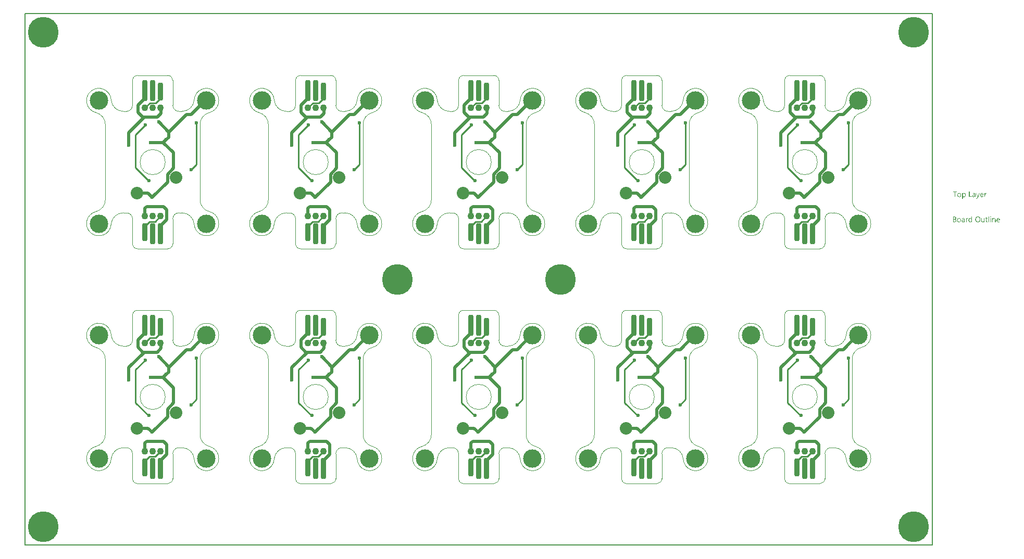
<source format=gtl>
G04*
G04 #@! TF.GenerationSoftware,Altium Limited,Altium Designer,21.8.1 (53)*
G04*
G04 Layer_Physical_Order=1*
G04 Layer_Color=255*
%FSAX25Y25*%
%MOIN*%
G70*
G04*
G04 #@! TF.SameCoordinates,C38F2C0A-75D8-41A6-A347-4ED76E5A57E3*
G04*
G04*
G04 #@! TF.FilePolarity,Positive*
G04*
G01*
G75*
G04:AMPARAMS|DCode=10|XSize=35.43mil|YSize=135.83mil|CornerRadius=13.82mil|HoleSize=0mil|Usage=FLASHONLY|Rotation=0.000|XOffset=0mil|YOffset=0mil|HoleType=Round|Shape=RoundedRectangle|*
%AMROUNDEDRECTD10*
21,1,0.03543,0.10819,0,0,0.0*
21,1,0.00780,0.13583,0,0,0.0*
1,1,0.02764,0.00390,-0.05409*
1,1,0.02764,-0.00390,-0.05409*
1,1,0.02764,-0.00390,0.05409*
1,1,0.02764,0.00390,0.05409*
%
%ADD10ROUNDEDRECTD10*%
G04:AMPARAMS|DCode=11|XSize=35.43mil|YSize=116.14mil|CornerRadius=13.82mil|HoleSize=0mil|Usage=FLASHONLY|Rotation=0.000|XOffset=0mil|YOffset=0mil|HoleType=Round|Shape=RoundedRectangle|*
%AMROUNDEDRECTD11*
21,1,0.03543,0.08850,0,0,0.0*
21,1,0.00780,0.11614,0,0,0.0*
1,1,0.02764,0.00390,-0.04425*
1,1,0.02764,-0.00390,-0.04425*
1,1,0.02764,-0.00390,0.04425*
1,1,0.02764,0.00390,0.04425*
%
%ADD11ROUNDEDRECTD11*%
%ADD12C,0.01968*%
%ADD13C,0.00984*%
%ADD14C,0.00787*%
%ADD15C,0.00394*%
%ADD16C,0.19685*%
%ADD17C,0.08000*%
%ADD18C,0.04331*%
%ADD19C,0.11811*%
%ADD20C,0.02362*%
G36*
X0581455Y0205812D02*
X0581498Y0205806D01*
X0581542Y0205800D01*
X0581653Y0205775D01*
X0581777Y0205738D01*
X0581901Y0205676D01*
X0581962Y0205639D01*
X0582024Y0205589D01*
X0582080Y0205539D01*
X0582136Y0205478D01*
X0582142Y0205471D01*
X0582148Y0205465D01*
X0582161Y0205440D01*
X0582179Y0205416D01*
X0582198Y0205385D01*
X0582223Y0205341D01*
X0582247Y0205292D01*
X0582272Y0205242D01*
X0582297Y0205181D01*
X0582322Y0205112D01*
X0582346Y0205038D01*
X0582365Y0204958D01*
X0582396Y0204778D01*
X0582408Y0204679D01*
Y0204574D01*
Y0204568D01*
Y0204549D01*
Y0204512D01*
X0582402Y0204469D01*
Y0204419D01*
X0582390Y0204357D01*
X0582383Y0204289D01*
X0582371Y0204215D01*
X0582334Y0204054D01*
X0582278Y0203887D01*
X0582241Y0203806D01*
X0582204Y0203726D01*
X0582154Y0203645D01*
X0582099Y0203571D01*
X0582093Y0203565D01*
X0582086Y0203553D01*
X0582068Y0203534D01*
X0582043Y0203515D01*
X0582012Y0203484D01*
X0581975Y0203453D01*
X0581931Y0203416D01*
X0581882Y0203385D01*
X0581826Y0203348D01*
X0581764Y0203311D01*
X0581616Y0203255D01*
X0581535Y0203231D01*
X0581455Y0203212D01*
X0581362Y0203200D01*
X0581263Y0203193D01*
X0581214D01*
X0581182Y0203200D01*
X0581139Y0203206D01*
X0581096Y0203218D01*
X0580984Y0203243D01*
X0580867Y0203293D01*
X0580799Y0203330D01*
X0580737Y0203367D01*
X0580675Y0203416D01*
X0580619Y0203472D01*
X0580557Y0203534D01*
X0580508Y0203608D01*
X0580495D01*
Y0202098D01*
X0580093D01*
Y0205762D01*
X0580495D01*
Y0205317D01*
X0580508D01*
X0580514Y0205323D01*
X0580520Y0205341D01*
X0580539Y0205366D01*
X0580563Y0205397D01*
X0580594Y0205434D01*
X0580632Y0205478D01*
X0580675Y0205521D01*
X0580731Y0205571D01*
X0580786Y0205614D01*
X0580848Y0205657D01*
X0580923Y0205700D01*
X0580997Y0205738D01*
X0581083Y0205775D01*
X0581176Y0205800D01*
X0581269Y0205812D01*
X0581374Y0205818D01*
X0581424D01*
X0581455Y0205812D01*
D02*
G37*
G36*
X0595568Y0205800D02*
X0595642Y0205793D01*
X0595686Y0205781D01*
X0595717Y0205769D01*
Y0205354D01*
X0595711Y0205360D01*
X0595698Y0205366D01*
X0595673Y0205379D01*
X0595642Y0205397D01*
X0595599Y0205410D01*
X0595543Y0205422D01*
X0595481Y0205428D01*
X0595413Y0205434D01*
X0595401D01*
X0595370Y0205428D01*
X0595321Y0205422D01*
X0595265Y0205403D01*
X0595190Y0205372D01*
X0595122Y0205329D01*
X0595048Y0205267D01*
X0594980Y0205187D01*
X0594974Y0205174D01*
X0594955Y0205143D01*
X0594924Y0205088D01*
X0594893Y0205013D01*
X0594862Y0204921D01*
X0594832Y0204803D01*
X0594813Y0204673D01*
X0594807Y0204524D01*
Y0203249D01*
X0594404D01*
Y0205762D01*
X0594807D01*
Y0205242D01*
X0594819D01*
Y0205249D01*
X0594825Y0205255D01*
X0594838Y0205286D01*
X0594856Y0205335D01*
X0594887Y0205397D01*
X0594918Y0205459D01*
X0594968Y0205527D01*
X0595017Y0205595D01*
X0595079Y0205657D01*
X0595085Y0205663D01*
X0595110Y0205682D01*
X0595147Y0205707D01*
X0595197Y0205731D01*
X0595252Y0205756D01*
X0595321Y0205781D01*
X0595395Y0205800D01*
X0595475Y0205806D01*
X0595531D01*
X0595568Y0205800D01*
D02*
G37*
G36*
X0590189Y0202847D02*
X0590183Y0202841D01*
X0590177Y0202816D01*
X0590158Y0202773D01*
X0590133Y0202723D01*
X0590102Y0202667D01*
X0590059Y0202599D01*
X0590016Y0202531D01*
X0589966Y0202457D01*
X0589904Y0202383D01*
X0589842Y0202314D01*
X0589768Y0202246D01*
X0589688Y0202191D01*
X0589607Y0202141D01*
X0589514Y0202098D01*
X0589421Y0202073D01*
X0589316Y0202067D01*
X0589260D01*
X0589223Y0202073D01*
X0589143Y0202085D01*
X0589056Y0202104D01*
Y0202463D01*
X0589062D01*
X0589081Y0202457D01*
X0589106Y0202451D01*
X0589137Y0202445D01*
X0589211Y0202426D01*
X0589291Y0202420D01*
X0589304D01*
X0589341Y0202426D01*
X0589397Y0202438D01*
X0589465Y0202463D01*
X0589539Y0202506D01*
X0589576Y0202537D01*
X0589613Y0202574D01*
X0589650Y0202612D01*
X0589688Y0202661D01*
X0589718Y0202717D01*
X0589749Y0202779D01*
X0589954Y0203249D01*
X0588970Y0205762D01*
X0589415D01*
X0590096Y0203825D01*
Y0203819D01*
X0590102Y0203806D01*
X0590108Y0203788D01*
X0590115Y0203763D01*
X0590121Y0203726D01*
X0590133Y0203689D01*
X0590146Y0203633D01*
X0590164D01*
Y0203645D01*
X0590177Y0203682D01*
X0590189Y0203738D01*
X0590214Y0203819D01*
X0590926Y0205762D01*
X0591340D01*
X0590189Y0202847D01*
D02*
G37*
G36*
X0587781Y0205812D02*
X0587837Y0205806D01*
X0587905Y0205787D01*
X0587979Y0205769D01*
X0588060Y0205738D01*
X0588146Y0205700D01*
X0588227Y0205651D01*
X0588307Y0205589D01*
X0588381Y0205515D01*
X0588450Y0205422D01*
X0588505Y0205317D01*
X0588549Y0205193D01*
X0588573Y0205050D01*
X0588586Y0204883D01*
Y0203249D01*
X0588183D01*
Y0203639D01*
X0588171D01*
Y0203633D01*
X0588159Y0203621D01*
X0588146Y0203596D01*
X0588122Y0203571D01*
X0588060Y0203497D01*
X0587979Y0203416D01*
X0587868Y0203336D01*
X0587738Y0203262D01*
X0587657Y0203237D01*
X0587577Y0203212D01*
X0587490Y0203200D01*
X0587397Y0203193D01*
X0587360D01*
X0587335Y0203200D01*
X0587267Y0203206D01*
X0587187Y0203218D01*
X0587088Y0203243D01*
X0586995Y0203274D01*
X0586896Y0203324D01*
X0586809Y0203385D01*
X0586803Y0203398D01*
X0586778Y0203423D01*
X0586741Y0203466D01*
X0586704Y0203528D01*
X0586667Y0203602D01*
X0586630Y0203689D01*
X0586605Y0203794D01*
X0586599Y0203912D01*
Y0203918D01*
Y0203942D01*
X0586605Y0203980D01*
X0586611Y0204023D01*
X0586623Y0204079D01*
X0586642Y0204141D01*
X0586667Y0204209D01*
X0586704Y0204277D01*
X0586747Y0204351D01*
X0586803Y0204425D01*
X0586871Y0204493D01*
X0586952Y0204555D01*
X0587044Y0204617D01*
X0587156Y0204667D01*
X0587280Y0204704D01*
X0587428Y0204735D01*
X0588183Y0204840D01*
Y0204846D01*
Y0204865D01*
X0588177Y0204902D01*
Y0204939D01*
X0588165Y0204989D01*
X0588159Y0205044D01*
X0588122Y0205162D01*
X0588091Y0205218D01*
X0588060Y0205273D01*
X0588016Y0205329D01*
X0587967Y0205379D01*
X0587905Y0205422D01*
X0587837Y0205453D01*
X0587756Y0205471D01*
X0587664Y0205478D01*
X0587620D01*
X0587589Y0205471D01*
X0587546D01*
X0587502Y0205459D01*
X0587391Y0205440D01*
X0587267Y0205403D01*
X0587131Y0205348D01*
X0587057Y0205311D01*
X0586989Y0205273D01*
X0586914Y0205224D01*
X0586846Y0205168D01*
Y0205583D01*
X0586853D01*
X0586865Y0205595D01*
X0586883Y0205608D01*
X0586914Y0205620D01*
X0586945Y0205639D01*
X0586989Y0205657D01*
X0587038Y0205676D01*
X0587094Y0205700D01*
X0587218Y0205744D01*
X0587366Y0205781D01*
X0587527Y0205806D01*
X0587701Y0205818D01*
X0587738D01*
X0587781Y0205812D01*
D02*
G37*
G36*
X0584890Y0203621D02*
X0586302D01*
Y0203249D01*
X0584476D01*
Y0206765D01*
X0584890D01*
Y0203621D01*
D02*
G37*
G36*
X0576651Y0206394D02*
X0575636D01*
Y0203249D01*
X0575228D01*
Y0206394D01*
X0574213D01*
Y0206765D01*
X0576651D01*
Y0206394D01*
D02*
G37*
G36*
X0592844Y0205812D02*
X0592888Y0205806D01*
X0592931Y0205800D01*
X0593043Y0205781D01*
X0593166Y0205738D01*
X0593290Y0205682D01*
X0593352Y0205645D01*
X0593414Y0205601D01*
X0593470Y0205552D01*
X0593525Y0205496D01*
X0593532Y0205490D01*
X0593538Y0205484D01*
X0593550Y0205465D01*
X0593569Y0205440D01*
X0593587Y0205403D01*
X0593612Y0205366D01*
X0593637Y0205323D01*
X0593662Y0205267D01*
X0593686Y0205205D01*
X0593711Y0205143D01*
X0593736Y0205069D01*
X0593754Y0204989D01*
X0593773Y0204902D01*
X0593785Y0204815D01*
X0593798Y0204716D01*
Y0204611D01*
Y0204401D01*
X0592021D01*
Y0204394D01*
Y0204382D01*
Y0204363D01*
X0592027Y0204332D01*
X0592034Y0204295D01*
Y0204258D01*
X0592052Y0204159D01*
X0592083Y0204060D01*
X0592120Y0203949D01*
X0592176Y0203843D01*
X0592244Y0203751D01*
X0592256Y0203738D01*
X0592281Y0203713D01*
X0592331Y0203682D01*
X0592399Y0203639D01*
X0592486Y0203596D01*
X0592585Y0203565D01*
X0592702Y0203540D01*
X0592838Y0203528D01*
X0592882D01*
X0592913Y0203534D01*
X0592950D01*
X0592993Y0203540D01*
X0593098Y0203565D01*
X0593216Y0203596D01*
X0593346Y0203645D01*
X0593482Y0203713D01*
X0593550Y0203757D01*
X0593618Y0203806D01*
Y0203429D01*
X0593612D01*
X0593606Y0203416D01*
X0593587Y0203410D01*
X0593556Y0203392D01*
X0593525Y0203373D01*
X0593488Y0203355D01*
X0593439Y0203336D01*
X0593389Y0203311D01*
X0593327Y0203286D01*
X0593259Y0203268D01*
X0593111Y0203231D01*
X0592937Y0203206D01*
X0592745Y0203193D01*
X0592696D01*
X0592659Y0203200D01*
X0592616Y0203206D01*
X0592560Y0203212D01*
X0592442Y0203237D01*
X0592306Y0203274D01*
X0592170Y0203336D01*
X0592102Y0203379D01*
X0592034Y0203423D01*
X0591972Y0203472D01*
X0591910Y0203534D01*
X0591904Y0203540D01*
X0591897Y0203553D01*
X0591885Y0203571D01*
X0591860Y0203596D01*
X0591842Y0203633D01*
X0591817Y0203676D01*
X0591786Y0203726D01*
X0591761Y0203782D01*
X0591730Y0203843D01*
X0591706Y0203918D01*
X0591675Y0203998D01*
X0591656Y0204085D01*
X0591637Y0204178D01*
X0591619Y0204277D01*
X0591613Y0204382D01*
X0591607Y0204493D01*
Y0204500D01*
Y0204518D01*
Y0204549D01*
X0591613Y0204592D01*
X0591619Y0204642D01*
X0591625Y0204698D01*
X0591631Y0204766D01*
X0591650Y0204834D01*
X0591687Y0204982D01*
X0591743Y0205143D01*
X0591780Y0205224D01*
X0591829Y0205298D01*
X0591879Y0205379D01*
X0591935Y0205447D01*
X0591941Y0205453D01*
X0591953Y0205465D01*
X0591972Y0205484D01*
X0591996Y0205502D01*
X0592027Y0205533D01*
X0592065Y0205564D01*
X0592114Y0205595D01*
X0592164Y0205632D01*
X0592281Y0205700D01*
X0592424Y0205762D01*
X0592504Y0205781D01*
X0592585Y0205800D01*
X0592671Y0205812D01*
X0592764Y0205818D01*
X0592813D01*
X0592844Y0205812D01*
D02*
G37*
G36*
X0578354D02*
X0578397Y0205806D01*
X0578453Y0205800D01*
X0578577Y0205775D01*
X0578719Y0205731D01*
X0578861Y0205669D01*
X0578936Y0205632D01*
X0579004Y0205589D01*
X0579072Y0205533D01*
X0579134Y0205471D01*
X0579140Y0205465D01*
X0579146Y0205453D01*
X0579165Y0205434D01*
X0579183Y0205410D01*
X0579208Y0205372D01*
X0579233Y0205329D01*
X0579264Y0205280D01*
X0579295Y0205224D01*
X0579319Y0205156D01*
X0579350Y0205088D01*
X0579375Y0205007D01*
X0579400Y0204921D01*
X0579418Y0204828D01*
X0579437Y0204729D01*
X0579443Y0204623D01*
X0579449Y0204512D01*
Y0204506D01*
Y0204487D01*
Y0204456D01*
X0579443Y0204413D01*
X0579437Y0204363D01*
X0579431Y0204302D01*
X0579418Y0204240D01*
X0579406Y0204165D01*
X0579369Y0204017D01*
X0579307Y0203856D01*
X0579270Y0203775D01*
X0579220Y0203695D01*
X0579171Y0203621D01*
X0579109Y0203553D01*
X0579103Y0203546D01*
X0579090Y0203540D01*
X0579072Y0203522D01*
X0579047Y0203497D01*
X0579010Y0203472D01*
X0578973Y0203441D01*
X0578923Y0203404D01*
X0578867Y0203373D01*
X0578806Y0203342D01*
X0578737Y0203305D01*
X0578663Y0203274D01*
X0578583Y0203249D01*
X0578496Y0203224D01*
X0578403Y0203212D01*
X0578304Y0203200D01*
X0578199Y0203193D01*
X0578143D01*
X0578106Y0203200D01*
X0578063Y0203206D01*
X0578007Y0203212D01*
X0577945Y0203224D01*
X0577877Y0203237D01*
X0577735Y0203280D01*
X0577586Y0203342D01*
X0577512Y0203379D01*
X0577444Y0203429D01*
X0577376Y0203478D01*
X0577308Y0203540D01*
X0577301Y0203546D01*
X0577295Y0203559D01*
X0577277Y0203577D01*
X0577258Y0203602D01*
X0577233Y0203639D01*
X0577202Y0203682D01*
X0577171Y0203732D01*
X0577147Y0203788D01*
X0577116Y0203856D01*
X0577085Y0203924D01*
X0577054Y0203998D01*
X0577029Y0204085D01*
X0576992Y0204271D01*
X0576986Y0204370D01*
X0576979Y0204475D01*
Y0204481D01*
Y0204506D01*
Y0204537D01*
X0576986Y0204580D01*
X0576992Y0204630D01*
X0576998Y0204692D01*
X0577010Y0204760D01*
X0577023Y0204834D01*
X0577060Y0204995D01*
X0577122Y0205156D01*
X0577165Y0205236D01*
X0577209Y0205317D01*
X0577258Y0205391D01*
X0577320Y0205459D01*
X0577326Y0205465D01*
X0577339Y0205478D01*
X0577357Y0205490D01*
X0577382Y0205515D01*
X0577419Y0205539D01*
X0577462Y0205571D01*
X0577512Y0205608D01*
X0577568Y0205639D01*
X0577630Y0205669D01*
X0577704Y0205707D01*
X0577778Y0205738D01*
X0577865Y0205762D01*
X0577951Y0205787D01*
X0578050Y0205806D01*
X0578156Y0205812D01*
X0578261Y0205818D01*
X0578317D01*
X0578354Y0205812D01*
D02*
G37*
G36*
X0598422Y0190826D02*
X0598446D01*
X0598502Y0190802D01*
X0598533Y0190783D01*
X0598564Y0190758D01*
X0598570Y0190752D01*
X0598576Y0190746D01*
X0598607Y0190709D01*
X0598632Y0190647D01*
X0598638Y0190610D01*
X0598644Y0190573D01*
Y0190567D01*
Y0190554D01*
X0598638Y0190536D01*
X0598632Y0190511D01*
X0598614Y0190449D01*
X0598589Y0190418D01*
X0598564Y0190387D01*
X0598558D01*
X0598552Y0190375D01*
X0598515Y0190350D01*
X0598459Y0190325D01*
X0598422Y0190319D01*
X0598385Y0190313D01*
X0598366D01*
X0598347Y0190319D01*
X0598323D01*
X0598261Y0190344D01*
X0598230Y0190356D01*
X0598199Y0190381D01*
Y0190387D01*
X0598186Y0190393D01*
X0598174Y0190412D01*
X0598162Y0190430D01*
X0598137Y0190492D01*
X0598131Y0190529D01*
X0598125Y0190573D01*
Y0190579D01*
Y0190591D01*
X0598131Y0190610D01*
X0598137Y0190641D01*
X0598155Y0190697D01*
X0598174Y0190727D01*
X0598199Y0190758D01*
X0598205Y0190765D01*
X0598211Y0190771D01*
X0598248Y0190796D01*
X0598310Y0190820D01*
X0598347Y0190833D01*
X0598403D01*
X0598422Y0190826D01*
D02*
G37*
G36*
X0586432Y0187162D02*
X0586029D01*
Y0187583D01*
X0586017D01*
Y0187577D01*
X0586004Y0187564D01*
X0585986Y0187540D01*
X0585967Y0187509D01*
X0585936Y0187471D01*
X0585899Y0187434D01*
X0585856Y0187391D01*
X0585807Y0187348D01*
X0585751Y0187298D01*
X0585683Y0187255D01*
X0585615Y0187218D01*
X0585534Y0187181D01*
X0585454Y0187150D01*
X0585361Y0187125D01*
X0585262Y0187112D01*
X0585156Y0187106D01*
X0585113D01*
X0585076Y0187112D01*
X0585039Y0187119D01*
X0584989Y0187125D01*
X0584884Y0187150D01*
X0584760Y0187187D01*
X0584636Y0187249D01*
X0584569Y0187286D01*
X0584513Y0187329D01*
X0584451Y0187385D01*
X0584395Y0187441D01*
Y0187447D01*
X0584383Y0187459D01*
X0584370Y0187478D01*
X0584352Y0187503D01*
X0584333Y0187533D01*
X0584308Y0187577D01*
X0584284Y0187626D01*
X0584259Y0187682D01*
X0584228Y0187744D01*
X0584203Y0187812D01*
X0584178Y0187886D01*
X0584160Y0187967D01*
X0584141Y0188053D01*
X0584129Y0188152D01*
X0584123Y0188251D01*
X0584117Y0188357D01*
Y0188363D01*
Y0188381D01*
Y0188419D01*
X0584123Y0188462D01*
X0584129Y0188511D01*
X0584135Y0188573D01*
X0584141Y0188641D01*
X0584154Y0188716D01*
X0584191Y0188877D01*
X0584247Y0189044D01*
X0584284Y0189124D01*
X0584327Y0189205D01*
X0584370Y0189279D01*
X0584426Y0189353D01*
X0584432Y0189359D01*
X0584439Y0189372D01*
X0584457Y0189390D01*
X0584482Y0189415D01*
X0584513Y0189440D01*
X0584556Y0189471D01*
X0584599Y0189508D01*
X0584649Y0189545D01*
X0584773Y0189613D01*
X0584915Y0189675D01*
X0584996Y0189694D01*
X0585082Y0189712D01*
X0585169Y0189725D01*
X0585268Y0189731D01*
X0585318D01*
X0585355Y0189725D01*
X0585392Y0189718D01*
X0585441Y0189712D01*
X0585553Y0189681D01*
X0585676Y0189632D01*
X0585738Y0189601D01*
X0585800Y0189558D01*
X0585862Y0189514D01*
X0585918Y0189459D01*
X0585967Y0189397D01*
X0586017Y0189322D01*
X0586029D01*
Y0190882D01*
X0586432D01*
Y0187162D01*
D02*
G37*
G36*
X0600700Y0189725D02*
X0600774Y0189718D01*
X0600867Y0189700D01*
X0600966Y0189669D01*
X0601071Y0189620D01*
X0601176Y0189551D01*
X0601220Y0189514D01*
X0601263Y0189465D01*
X0601275Y0189452D01*
X0601300Y0189415D01*
X0601331Y0189353D01*
X0601374Y0189267D01*
X0601411Y0189161D01*
X0601449Y0189031D01*
X0601473Y0188877D01*
X0601479Y0188697D01*
Y0187162D01*
X0601077D01*
Y0188592D01*
Y0188598D01*
Y0188629D01*
X0601071Y0188666D01*
Y0188716D01*
X0601059Y0188778D01*
X0601046Y0188846D01*
X0601028Y0188920D01*
X0601003Y0188994D01*
X0600972Y0189068D01*
X0600935Y0189137D01*
X0600885Y0189205D01*
X0600830Y0189267D01*
X0600768Y0189316D01*
X0600687Y0189353D01*
X0600601Y0189384D01*
X0600495Y0189390D01*
X0600483D01*
X0600446Y0189384D01*
X0600390Y0189378D01*
X0600322Y0189359D01*
X0600242Y0189335D01*
X0600155Y0189291D01*
X0600074Y0189236D01*
X0599994Y0189161D01*
X0599988Y0189149D01*
X0599963Y0189124D01*
X0599932Y0189075D01*
X0599895Y0189007D01*
X0599858Y0188926D01*
X0599827Y0188827D01*
X0599802Y0188716D01*
X0599796Y0188592D01*
Y0187162D01*
X0599394D01*
Y0189675D01*
X0599796D01*
Y0189254D01*
X0599808D01*
X0599814Y0189260D01*
X0599821Y0189273D01*
X0599839Y0189298D01*
X0599864Y0189329D01*
X0599889Y0189366D01*
X0599926Y0189403D01*
X0599969Y0189446D01*
X0600019Y0189496D01*
X0600074Y0189539D01*
X0600136Y0189582D01*
X0600204Y0189620D01*
X0600279Y0189657D01*
X0600353Y0189688D01*
X0600440Y0189712D01*
X0600532Y0189725D01*
X0600632Y0189731D01*
X0600669D01*
X0600700Y0189725D01*
D02*
G37*
G36*
X0583702Y0189712D02*
X0583776Y0189706D01*
X0583819Y0189694D01*
X0583850Y0189681D01*
Y0189267D01*
X0583844Y0189273D01*
X0583832Y0189279D01*
X0583807Y0189291D01*
X0583776Y0189310D01*
X0583733Y0189322D01*
X0583677Y0189335D01*
X0583615Y0189341D01*
X0583547Y0189347D01*
X0583535D01*
X0583504Y0189341D01*
X0583454Y0189335D01*
X0583398Y0189316D01*
X0583324Y0189285D01*
X0583256Y0189242D01*
X0583182Y0189180D01*
X0583114Y0189100D01*
X0583108Y0189087D01*
X0583089Y0189056D01*
X0583058Y0189000D01*
X0583027Y0188926D01*
X0582996Y0188833D01*
X0582965Y0188716D01*
X0582947Y0188586D01*
X0582940Y0188437D01*
Y0187162D01*
X0582538D01*
Y0189675D01*
X0582940D01*
Y0189155D01*
X0582953D01*
Y0189161D01*
X0582959Y0189168D01*
X0582971Y0189199D01*
X0582990Y0189248D01*
X0583021Y0189310D01*
X0583052Y0189372D01*
X0583101Y0189440D01*
X0583151Y0189508D01*
X0583213Y0189570D01*
X0583219Y0189576D01*
X0583244Y0189595D01*
X0583281Y0189620D01*
X0583330Y0189644D01*
X0583386Y0189669D01*
X0583454Y0189694D01*
X0583529Y0189712D01*
X0583609Y0189718D01*
X0583665D01*
X0583702Y0189712D01*
D02*
G37*
G36*
X0594442Y0187162D02*
X0594039D01*
Y0187558D01*
X0594027D01*
Y0187552D01*
X0594014Y0187540D01*
X0594002Y0187515D01*
X0593977Y0187490D01*
X0593922Y0187416D01*
X0593835Y0187335D01*
X0593785Y0187292D01*
X0593730Y0187249D01*
X0593668Y0187212D01*
X0593594Y0187174D01*
X0593519Y0187150D01*
X0593439Y0187125D01*
X0593346Y0187112D01*
X0593253Y0187106D01*
X0593216D01*
X0593173Y0187112D01*
X0593111Y0187125D01*
X0593043Y0187137D01*
X0592968Y0187162D01*
X0592888Y0187193D01*
X0592807Y0187242D01*
X0592721Y0187298D01*
X0592640Y0187366D01*
X0592566Y0187453D01*
X0592498Y0187558D01*
X0592436Y0187676D01*
X0592393Y0187818D01*
X0592368Y0187985D01*
X0592355Y0188072D01*
Y0188171D01*
Y0189675D01*
X0592752D01*
Y0188233D01*
Y0188227D01*
Y0188202D01*
X0592758Y0188159D01*
X0592764Y0188109D01*
X0592770Y0188047D01*
X0592783Y0187985D01*
X0592801Y0187911D01*
X0592826Y0187837D01*
X0592863Y0187762D01*
X0592900Y0187694D01*
X0592950Y0187626D01*
X0593012Y0187564D01*
X0593080Y0187515D01*
X0593160Y0187478D01*
X0593259Y0187447D01*
X0593364Y0187441D01*
X0593377D01*
X0593414Y0187447D01*
X0593470Y0187453D01*
X0593532Y0187465D01*
X0593612Y0187496D01*
X0593692Y0187533D01*
X0593773Y0187583D01*
X0593847Y0187657D01*
X0593854Y0187670D01*
X0593878Y0187694D01*
X0593909Y0187744D01*
X0593946Y0187812D01*
X0593977Y0187892D01*
X0594008Y0187991D01*
X0594033Y0188103D01*
X0594039Y0188227D01*
Y0189675D01*
X0594442D01*
Y0187162D01*
D02*
G37*
G36*
X0598576D02*
X0598174D01*
Y0189675D01*
X0598576D01*
Y0187162D01*
D02*
G37*
G36*
X0597357D02*
X0596955D01*
Y0190882D01*
X0597357D01*
Y0187162D01*
D02*
G37*
G36*
X0580978Y0189725D02*
X0581034Y0189718D01*
X0581102Y0189700D01*
X0581176Y0189681D01*
X0581257Y0189650D01*
X0581344Y0189613D01*
X0581424Y0189564D01*
X0581504Y0189502D01*
X0581579Y0189428D01*
X0581647Y0189335D01*
X0581703Y0189230D01*
X0581746Y0189106D01*
X0581771Y0188963D01*
X0581783Y0188796D01*
Y0187162D01*
X0581381D01*
Y0187552D01*
X0581368D01*
Y0187546D01*
X0581356Y0187533D01*
X0581344Y0187509D01*
X0581319Y0187484D01*
X0581257Y0187410D01*
X0581176Y0187329D01*
X0581065Y0187249D01*
X0580935Y0187174D01*
X0580855Y0187150D01*
X0580774Y0187125D01*
X0580687Y0187112D01*
X0580594Y0187106D01*
X0580557D01*
X0580533Y0187112D01*
X0580465Y0187119D01*
X0580384Y0187131D01*
X0580285Y0187156D01*
X0580192Y0187187D01*
X0580093Y0187236D01*
X0580006Y0187298D01*
X0580000Y0187311D01*
X0579976Y0187335D01*
X0579938Y0187379D01*
X0579901Y0187441D01*
X0579864Y0187515D01*
X0579827Y0187601D01*
X0579802Y0187707D01*
X0579796Y0187824D01*
Y0187830D01*
Y0187855D01*
X0579802Y0187892D01*
X0579808Y0187936D01*
X0579821Y0187991D01*
X0579839Y0188053D01*
X0579864Y0188121D01*
X0579901Y0188190D01*
X0579945Y0188264D01*
X0580000Y0188338D01*
X0580068Y0188406D01*
X0580149Y0188468D01*
X0580242Y0188530D01*
X0580353Y0188579D01*
X0580477Y0188617D01*
X0580625Y0188648D01*
X0581381Y0188753D01*
Y0188759D01*
Y0188778D01*
X0581374Y0188815D01*
Y0188852D01*
X0581362Y0188901D01*
X0581356Y0188957D01*
X0581319Y0189075D01*
X0581288Y0189130D01*
X0581257Y0189186D01*
X0581214Y0189242D01*
X0581164Y0189291D01*
X0581102Y0189335D01*
X0581034Y0189366D01*
X0580954Y0189384D01*
X0580861Y0189390D01*
X0580817D01*
X0580786Y0189384D01*
X0580743D01*
X0580700Y0189372D01*
X0580588Y0189353D01*
X0580465Y0189316D01*
X0580328Y0189260D01*
X0580254Y0189223D01*
X0580186Y0189186D01*
X0580112Y0189137D01*
X0580044Y0189081D01*
Y0189496D01*
X0580050D01*
X0580062Y0189508D01*
X0580081Y0189520D01*
X0580112Y0189533D01*
X0580143Y0189551D01*
X0580186Y0189570D01*
X0580235Y0189588D01*
X0580291Y0189613D01*
X0580415Y0189657D01*
X0580563Y0189694D01*
X0580724Y0189718D01*
X0580898Y0189731D01*
X0580935D01*
X0580978Y0189725D01*
D02*
G37*
G36*
X0575290Y0190672D02*
X0575333D01*
X0575376Y0190666D01*
X0575475Y0190653D01*
X0575593Y0190622D01*
X0575717Y0190585D01*
X0575834Y0190529D01*
X0575940Y0190455D01*
X0575946D01*
X0575952Y0190443D01*
X0575983Y0190418D01*
X0576026Y0190368D01*
X0576076Y0190300D01*
X0576119Y0190214D01*
X0576162Y0190115D01*
X0576193Y0190003D01*
X0576206Y0189941D01*
Y0189873D01*
Y0189867D01*
Y0189861D01*
Y0189824D01*
X0576200Y0189768D01*
X0576187Y0189700D01*
X0576169Y0189613D01*
X0576138Y0189527D01*
X0576100Y0189440D01*
X0576045Y0189353D01*
X0576039Y0189341D01*
X0576014Y0189316D01*
X0575977Y0189279D01*
X0575927Y0189230D01*
X0575865Y0189180D01*
X0575791Y0189124D01*
X0575698Y0189081D01*
X0575599Y0189038D01*
Y0189031D01*
X0575618D01*
X0575636Y0189025D01*
X0575655Y0189019D01*
X0575723Y0189007D01*
X0575803Y0188982D01*
X0575890Y0188945D01*
X0575983Y0188901D01*
X0576076Y0188839D01*
X0576162Y0188759D01*
X0576175Y0188747D01*
X0576200Y0188716D01*
X0576230Y0188672D01*
X0576274Y0188604D01*
X0576311Y0188518D01*
X0576348Y0188419D01*
X0576373Y0188301D01*
X0576379Y0188171D01*
Y0188165D01*
Y0188152D01*
Y0188128D01*
X0576373Y0188097D01*
X0576367Y0188060D01*
X0576361Y0188016D01*
X0576336Y0187911D01*
X0576299Y0187793D01*
X0576243Y0187670D01*
X0576206Y0187614D01*
X0576162Y0187552D01*
X0576107Y0187496D01*
X0576051Y0187441D01*
X0576045D01*
X0576039Y0187428D01*
X0576020Y0187416D01*
X0575995Y0187397D01*
X0575964Y0187379D01*
X0575921Y0187354D01*
X0575828Y0187304D01*
X0575711Y0187249D01*
X0575574Y0187205D01*
X0575414Y0187174D01*
X0575333Y0187168D01*
X0575240Y0187162D01*
X0574213D01*
Y0190678D01*
X0575259D01*
X0575290Y0190672D01*
D02*
G37*
G36*
X0595785Y0189675D02*
X0596422D01*
Y0189329D01*
X0595785D01*
Y0187911D01*
Y0187899D01*
Y0187868D01*
X0595791Y0187824D01*
X0595797Y0187769D01*
X0595822Y0187651D01*
X0595840Y0187595D01*
X0595871Y0187552D01*
X0595878Y0187546D01*
X0595890Y0187533D01*
X0595908Y0187521D01*
X0595939Y0187503D01*
X0595977Y0187478D01*
X0596026Y0187465D01*
X0596088Y0187453D01*
X0596156Y0187447D01*
X0596181D01*
X0596212Y0187453D01*
X0596249Y0187459D01*
X0596336Y0187484D01*
X0596379Y0187503D01*
X0596422Y0187527D01*
Y0187181D01*
X0596416D01*
X0596397Y0187168D01*
X0596367Y0187162D01*
X0596323Y0187150D01*
X0596268Y0187137D01*
X0596206Y0187125D01*
X0596131Y0187119D01*
X0596045Y0187112D01*
X0596014D01*
X0595983Y0187119D01*
X0595939Y0187125D01*
X0595890Y0187137D01*
X0595834Y0187150D01*
X0595779Y0187174D01*
X0595717Y0187205D01*
X0595655Y0187242D01*
X0595593Y0187292D01*
X0595537Y0187348D01*
X0595488Y0187422D01*
X0595444Y0187503D01*
X0595413Y0187601D01*
X0595389Y0187713D01*
X0595382Y0187843D01*
Y0189329D01*
X0594955D01*
Y0189675D01*
X0595382D01*
Y0190288D01*
X0595785Y0190418D01*
Y0189675D01*
D02*
G37*
G36*
X0603312Y0189725D02*
X0603355Y0189718D01*
X0603398Y0189712D01*
X0603510Y0189694D01*
X0603634Y0189650D01*
X0603757Y0189595D01*
X0603819Y0189558D01*
X0603881Y0189514D01*
X0603937Y0189465D01*
X0603993Y0189409D01*
X0603999Y0189403D01*
X0604005Y0189397D01*
X0604017Y0189378D01*
X0604036Y0189353D01*
X0604055Y0189316D01*
X0604079Y0189279D01*
X0604104Y0189236D01*
X0604129Y0189180D01*
X0604154Y0189118D01*
X0604178Y0189056D01*
X0604203Y0188982D01*
X0604222Y0188901D01*
X0604240Y0188815D01*
X0604253Y0188728D01*
X0604265Y0188629D01*
Y0188524D01*
Y0188313D01*
X0602489D01*
Y0188307D01*
Y0188295D01*
Y0188276D01*
X0602495Y0188245D01*
X0602501Y0188208D01*
Y0188171D01*
X0602520Y0188072D01*
X0602550Y0187973D01*
X0602588Y0187862D01*
X0602643Y0187756D01*
X0602711Y0187663D01*
X0602724Y0187651D01*
X0602748Y0187626D01*
X0602798Y0187595D01*
X0602866Y0187552D01*
X0602953Y0187509D01*
X0603052Y0187478D01*
X0603169Y0187453D01*
X0603306Y0187441D01*
X0603349D01*
X0603380Y0187447D01*
X0603417D01*
X0603460Y0187453D01*
X0603566Y0187478D01*
X0603683Y0187509D01*
X0603813Y0187558D01*
X0603949Y0187626D01*
X0604017Y0187670D01*
X0604085Y0187719D01*
Y0187341D01*
X0604079D01*
X0604073Y0187329D01*
X0604055Y0187323D01*
X0604024Y0187304D01*
X0603993Y0187286D01*
X0603956Y0187267D01*
X0603906Y0187249D01*
X0603857Y0187224D01*
X0603795Y0187199D01*
X0603726Y0187181D01*
X0603578Y0187144D01*
X0603405Y0187119D01*
X0603213Y0187106D01*
X0603163D01*
X0603126Y0187112D01*
X0603083Y0187119D01*
X0603027Y0187125D01*
X0602909Y0187150D01*
X0602773Y0187187D01*
X0602637Y0187249D01*
X0602569Y0187292D01*
X0602501Y0187335D01*
X0602439Y0187385D01*
X0602377Y0187447D01*
X0602371Y0187453D01*
X0602365Y0187465D01*
X0602352Y0187484D01*
X0602328Y0187509D01*
X0602309Y0187546D01*
X0602284Y0187589D01*
X0602253Y0187639D01*
X0602228Y0187694D01*
X0602198Y0187756D01*
X0602173Y0187830D01*
X0602142Y0187911D01*
X0602123Y0187998D01*
X0602105Y0188091D01*
X0602086Y0188190D01*
X0602080Y0188295D01*
X0602074Y0188406D01*
Y0188412D01*
Y0188431D01*
Y0188462D01*
X0602080Y0188505D01*
X0602086Y0188555D01*
X0602092Y0188610D01*
X0602099Y0188679D01*
X0602117Y0188747D01*
X0602154Y0188895D01*
X0602210Y0189056D01*
X0602247Y0189137D01*
X0602297Y0189211D01*
X0602346Y0189291D01*
X0602402Y0189359D01*
X0602408Y0189366D01*
X0602420Y0189378D01*
X0602439Y0189397D01*
X0602464Y0189415D01*
X0602495Y0189446D01*
X0602532Y0189477D01*
X0602581Y0189508D01*
X0602631Y0189545D01*
X0602748Y0189613D01*
X0602891Y0189675D01*
X0602971Y0189694D01*
X0603052Y0189712D01*
X0603138Y0189725D01*
X0603231Y0189731D01*
X0603281D01*
X0603312Y0189725D01*
D02*
G37*
G36*
X0590269Y0190734D02*
X0590331Y0190727D01*
X0590406Y0190715D01*
X0590486Y0190697D01*
X0590573Y0190678D01*
X0590659Y0190653D01*
X0590759Y0190622D01*
X0590851Y0190579D01*
X0590950Y0190529D01*
X0591049Y0190474D01*
X0591142Y0190406D01*
X0591235Y0190331D01*
X0591322Y0190245D01*
X0591328Y0190238D01*
X0591340Y0190220D01*
X0591365Y0190195D01*
X0591390Y0190158D01*
X0591427Y0190109D01*
X0591464Y0190047D01*
X0591501Y0189979D01*
X0591545Y0189904D01*
X0591588Y0189811D01*
X0591625Y0189718D01*
X0591662Y0189613D01*
X0591699Y0189496D01*
X0591724Y0189378D01*
X0591749Y0189248D01*
X0591761Y0189106D01*
X0591767Y0188963D01*
Y0188951D01*
Y0188926D01*
Y0188883D01*
X0591761Y0188821D01*
X0591755Y0188747D01*
X0591743Y0188666D01*
X0591730Y0188573D01*
X0591712Y0188468D01*
X0591687Y0188363D01*
X0591656Y0188251D01*
X0591619Y0188140D01*
X0591575Y0188029D01*
X0591520Y0187911D01*
X0591458Y0187806D01*
X0591390Y0187700D01*
X0591309Y0187601D01*
X0591303Y0187595D01*
X0591291Y0187583D01*
X0591260Y0187558D01*
X0591229Y0187527D01*
X0591179Y0187484D01*
X0591124Y0187447D01*
X0591062Y0187397D01*
X0590987Y0187354D01*
X0590907Y0187311D01*
X0590814Y0187261D01*
X0590715Y0187224D01*
X0590604Y0187187D01*
X0590486Y0187150D01*
X0590362Y0187125D01*
X0590232Y0187112D01*
X0590090Y0187106D01*
X0590059D01*
X0590016Y0187112D01*
X0589966D01*
X0589904Y0187119D01*
X0589830Y0187131D01*
X0589749Y0187150D01*
X0589657Y0187168D01*
X0589564Y0187193D01*
X0589465Y0187224D01*
X0589366Y0187267D01*
X0589267Y0187311D01*
X0589168Y0187366D01*
X0589069Y0187434D01*
X0588976Y0187509D01*
X0588889Y0187595D01*
X0588883Y0187601D01*
X0588870Y0187620D01*
X0588846Y0187645D01*
X0588821Y0187682D01*
X0588784Y0187732D01*
X0588747Y0187793D01*
X0588710Y0187862D01*
X0588666Y0187942D01*
X0588623Y0188029D01*
X0588586Y0188121D01*
X0588549Y0188227D01*
X0588512Y0188344D01*
X0588487Y0188462D01*
X0588462Y0188592D01*
X0588450Y0188734D01*
X0588443Y0188877D01*
Y0188889D01*
Y0188914D01*
X0588450Y0188957D01*
Y0189019D01*
X0588456Y0189087D01*
X0588468Y0189174D01*
X0588481Y0189267D01*
X0588499Y0189366D01*
X0588524Y0189471D01*
X0588555Y0189582D01*
X0588592Y0189694D01*
X0588635Y0189805D01*
X0588691Y0189917D01*
X0588753Y0190028D01*
X0588821Y0190133D01*
X0588902Y0190232D01*
X0588908Y0190238D01*
X0588920Y0190257D01*
X0588951Y0190282D01*
X0588988Y0190313D01*
X0589032Y0190350D01*
X0589087Y0190393D01*
X0589155Y0190436D01*
X0589229Y0190486D01*
X0589316Y0190536D01*
X0589409Y0190579D01*
X0589508Y0190622D01*
X0589619Y0190659D01*
X0589743Y0190690D01*
X0589873Y0190721D01*
X0590009Y0190734D01*
X0590152Y0190740D01*
X0590220D01*
X0590269Y0190734D01*
D02*
G37*
G36*
X0578242Y0189725D02*
X0578286Y0189718D01*
X0578341Y0189712D01*
X0578465Y0189688D01*
X0578608Y0189644D01*
X0578750Y0189582D01*
X0578824Y0189545D01*
X0578892Y0189502D01*
X0578960Y0189446D01*
X0579022Y0189384D01*
X0579028Y0189378D01*
X0579035Y0189366D01*
X0579053Y0189347D01*
X0579072Y0189322D01*
X0579097Y0189285D01*
X0579121Y0189242D01*
X0579152Y0189192D01*
X0579183Y0189137D01*
X0579208Y0189068D01*
X0579239Y0189000D01*
X0579264Y0188920D01*
X0579288Y0188833D01*
X0579307Y0188741D01*
X0579325Y0188641D01*
X0579332Y0188536D01*
X0579338Y0188425D01*
Y0188419D01*
Y0188400D01*
Y0188369D01*
X0579332Y0188326D01*
X0579325Y0188276D01*
X0579319Y0188214D01*
X0579307Y0188152D01*
X0579295Y0188078D01*
X0579257Y0187930D01*
X0579195Y0187769D01*
X0579158Y0187688D01*
X0579109Y0187608D01*
X0579059Y0187533D01*
X0578998Y0187465D01*
X0578991Y0187459D01*
X0578979Y0187453D01*
X0578960Y0187434D01*
X0578936Y0187410D01*
X0578898Y0187385D01*
X0578861Y0187354D01*
X0578812Y0187317D01*
X0578756Y0187286D01*
X0578694Y0187255D01*
X0578626Y0187218D01*
X0578552Y0187187D01*
X0578471Y0187162D01*
X0578385Y0187137D01*
X0578292Y0187125D01*
X0578193Y0187112D01*
X0578088Y0187106D01*
X0578032D01*
X0577995Y0187112D01*
X0577951Y0187119D01*
X0577896Y0187125D01*
X0577834Y0187137D01*
X0577766Y0187150D01*
X0577623Y0187193D01*
X0577475Y0187255D01*
X0577400Y0187292D01*
X0577332Y0187341D01*
X0577264Y0187391D01*
X0577196Y0187453D01*
X0577190Y0187459D01*
X0577184Y0187471D01*
X0577165Y0187490D01*
X0577147Y0187515D01*
X0577122Y0187552D01*
X0577091Y0187595D01*
X0577060Y0187645D01*
X0577035Y0187700D01*
X0577004Y0187769D01*
X0576973Y0187837D01*
X0576942Y0187911D01*
X0576918Y0187998D01*
X0576881Y0188183D01*
X0576874Y0188282D01*
X0576868Y0188388D01*
Y0188394D01*
Y0188419D01*
Y0188450D01*
X0576874Y0188493D01*
X0576881Y0188542D01*
X0576887Y0188604D01*
X0576899Y0188672D01*
X0576911Y0188747D01*
X0576949Y0188908D01*
X0577010Y0189068D01*
X0577054Y0189149D01*
X0577097Y0189230D01*
X0577147Y0189304D01*
X0577209Y0189372D01*
X0577215Y0189378D01*
X0577227Y0189390D01*
X0577246Y0189403D01*
X0577270Y0189428D01*
X0577308Y0189452D01*
X0577351Y0189483D01*
X0577400Y0189520D01*
X0577456Y0189551D01*
X0577518Y0189582D01*
X0577592Y0189620D01*
X0577667Y0189650D01*
X0577753Y0189675D01*
X0577840Y0189700D01*
X0577939Y0189718D01*
X0578044Y0189725D01*
X0578149Y0189731D01*
X0578205D01*
X0578242Y0189725D01*
D02*
G37*
%LPC*%
G36*
X0581275Y0205478D02*
X0581244D01*
X0581220Y0205471D01*
X0581152Y0205465D01*
X0581071Y0205447D01*
X0580984Y0205416D01*
X0580885Y0205372D01*
X0580793Y0205311D01*
X0580706Y0205230D01*
X0580700Y0205218D01*
X0580675Y0205187D01*
X0580638Y0205137D01*
X0580601Y0205063D01*
X0580563Y0204976D01*
X0580526Y0204871D01*
X0580502Y0204753D01*
X0580495Y0204623D01*
Y0204271D01*
Y0204264D01*
Y0204258D01*
X0580502Y0204221D01*
X0580508Y0204159D01*
X0580520Y0204091D01*
X0580545Y0204004D01*
X0580582Y0203918D01*
X0580632Y0203831D01*
X0580700Y0203744D01*
X0580712Y0203738D01*
X0580737Y0203713D01*
X0580780Y0203676D01*
X0580842Y0203639D01*
X0580916Y0203596D01*
X0581003Y0203565D01*
X0581102Y0203540D01*
X0581214Y0203528D01*
X0581251D01*
X0581275Y0203534D01*
X0581337Y0203540D01*
X0581424Y0203565D01*
X0581511Y0203596D01*
X0581610Y0203645D01*
X0581703Y0203713D01*
X0581746Y0203757D01*
X0581783Y0203806D01*
Y0203813D01*
X0581789Y0203819D01*
X0581802Y0203837D01*
X0581814Y0203856D01*
X0581833Y0203887D01*
X0581851Y0203924D01*
X0581888Y0204011D01*
X0581925Y0204122D01*
X0581962Y0204252D01*
X0581987Y0204407D01*
X0581993Y0204586D01*
Y0204592D01*
Y0204605D01*
Y0204623D01*
Y0204654D01*
X0581987Y0204692D01*
X0581981Y0204729D01*
X0581969Y0204821D01*
X0581944Y0204927D01*
X0581913Y0205038D01*
X0581863Y0205143D01*
X0581802Y0205236D01*
X0581795Y0205249D01*
X0581764Y0205273D01*
X0581721Y0205311D01*
X0581665Y0205360D01*
X0581591Y0205403D01*
X0581498Y0205440D01*
X0581393Y0205465D01*
X0581275Y0205478D01*
D02*
G37*
G36*
X0588183Y0204518D02*
X0587577Y0204432D01*
X0587564D01*
X0587534Y0204425D01*
X0587484Y0204413D01*
X0587422Y0204401D01*
X0587354Y0204382D01*
X0587280Y0204357D01*
X0587218Y0204332D01*
X0587156Y0204295D01*
X0587150Y0204289D01*
X0587131Y0204277D01*
X0587113Y0204252D01*
X0587088Y0204215D01*
X0587057Y0204165D01*
X0587038Y0204103D01*
X0587020Y0204029D01*
X0587013Y0203942D01*
Y0203936D01*
Y0203912D01*
X0587020Y0203881D01*
X0587032Y0203837D01*
X0587044Y0203788D01*
X0587069Y0203738D01*
X0587100Y0203689D01*
X0587144Y0203639D01*
X0587150Y0203633D01*
X0587168Y0203621D01*
X0587199Y0203602D01*
X0587236Y0203584D01*
X0587286Y0203565D01*
X0587348Y0203546D01*
X0587416Y0203534D01*
X0587496Y0203528D01*
X0587509D01*
X0587546Y0203534D01*
X0587602Y0203540D01*
X0587670Y0203553D01*
X0587744Y0203577D01*
X0587831Y0203614D01*
X0587911Y0203670D01*
X0587985Y0203738D01*
X0587992Y0203751D01*
X0588016Y0203775D01*
X0588047Y0203819D01*
X0588084Y0203881D01*
X0588122Y0203961D01*
X0588153Y0204048D01*
X0588177Y0204153D01*
X0588183Y0204264D01*
Y0204518D01*
D02*
G37*
G36*
X0592758Y0205478D02*
X0592708D01*
X0592659Y0205465D01*
X0592591Y0205453D01*
X0592516Y0205428D01*
X0592430Y0205391D01*
X0592349Y0205341D01*
X0592269Y0205273D01*
X0592263Y0205267D01*
X0592238Y0205236D01*
X0592207Y0205193D01*
X0592164Y0205131D01*
X0592120Y0205057D01*
X0592083Y0204964D01*
X0592052Y0204859D01*
X0592027Y0204741D01*
X0593383D01*
Y0204747D01*
Y0204760D01*
Y0204772D01*
Y0204797D01*
X0593377Y0204865D01*
X0593364Y0204939D01*
X0593340Y0205032D01*
X0593315Y0205119D01*
X0593272Y0205205D01*
X0593216Y0205286D01*
X0593210Y0205292D01*
X0593185Y0205317D01*
X0593148Y0205348D01*
X0593098Y0205385D01*
X0593030Y0205416D01*
X0592950Y0205447D01*
X0592863Y0205471D01*
X0592758Y0205478D01*
D02*
G37*
G36*
X0578230D02*
X0578193D01*
X0578168Y0205471D01*
X0578094Y0205465D01*
X0578007Y0205447D01*
X0577908Y0205416D01*
X0577803Y0205366D01*
X0577704Y0205298D01*
X0577654Y0205261D01*
X0577611Y0205211D01*
X0577598Y0205199D01*
X0577574Y0205162D01*
X0577543Y0205106D01*
X0577499Y0205026D01*
X0577456Y0204921D01*
X0577425Y0204797D01*
X0577400Y0204654D01*
X0577388Y0204487D01*
Y0204481D01*
Y0204469D01*
Y0204444D01*
X0577394Y0204413D01*
Y0204376D01*
X0577400Y0204332D01*
X0577419Y0204233D01*
X0577444Y0204122D01*
X0577487Y0204004D01*
X0577543Y0203887D01*
X0577617Y0203782D01*
X0577630Y0203769D01*
X0577660Y0203744D01*
X0577710Y0203701D01*
X0577778Y0203658D01*
X0577865Y0203608D01*
X0577970Y0203565D01*
X0578094Y0203540D01*
X0578230Y0203528D01*
X0578267D01*
X0578292Y0203534D01*
X0578366Y0203540D01*
X0578453Y0203559D01*
X0578546Y0203590D01*
X0578651Y0203633D01*
X0578744Y0203695D01*
X0578830Y0203775D01*
X0578836Y0203788D01*
X0578861Y0203825D01*
X0578898Y0203881D01*
X0578936Y0203961D01*
X0578973Y0204066D01*
X0579010Y0204190D01*
X0579035Y0204332D01*
X0579041Y0204500D01*
Y0204506D01*
Y0204518D01*
Y0204543D01*
Y0204580D01*
X0579035Y0204617D01*
X0579028Y0204661D01*
X0579016Y0204766D01*
X0578991Y0204883D01*
X0578954Y0205001D01*
X0578898Y0205119D01*
X0578830Y0205224D01*
X0578818Y0205236D01*
X0578793Y0205261D01*
X0578744Y0205304D01*
X0578676Y0205354D01*
X0578589Y0205397D01*
X0578490Y0205440D01*
X0578366Y0205465D01*
X0578230Y0205478D01*
D02*
G37*
G36*
X0585318Y0189390D02*
X0585280D01*
X0585256Y0189384D01*
X0585187Y0189378D01*
X0585107Y0189359D01*
X0585014Y0189322D01*
X0584915Y0189273D01*
X0584822Y0189211D01*
X0584779Y0189168D01*
X0584736Y0189118D01*
X0584729Y0189106D01*
X0584705Y0189068D01*
X0584667Y0189007D01*
X0584630Y0188926D01*
X0584593Y0188821D01*
X0584556Y0188691D01*
X0584531Y0188542D01*
X0584525Y0188375D01*
Y0188369D01*
Y0188357D01*
Y0188332D01*
X0584531Y0188301D01*
Y0188270D01*
X0584538Y0188227D01*
X0584550Y0188128D01*
X0584575Y0188016D01*
X0584612Y0187905D01*
X0584661Y0187793D01*
X0584729Y0187688D01*
X0584742Y0187676D01*
X0584766Y0187651D01*
X0584810Y0187608D01*
X0584872Y0187564D01*
X0584952Y0187521D01*
X0585045Y0187478D01*
X0585150Y0187453D01*
X0585274Y0187441D01*
X0585305D01*
X0585330Y0187447D01*
X0585392Y0187453D01*
X0585466Y0187471D01*
X0585553Y0187503D01*
X0585645Y0187540D01*
X0585732Y0187601D01*
X0585819Y0187682D01*
X0585825Y0187694D01*
X0585850Y0187725D01*
X0585887Y0187781D01*
X0585924Y0187849D01*
X0585961Y0187936D01*
X0585998Y0188041D01*
X0586023Y0188165D01*
X0586029Y0188295D01*
Y0188666D01*
Y0188672D01*
Y0188679D01*
Y0188716D01*
X0586017Y0188771D01*
X0586004Y0188846D01*
X0585980Y0188926D01*
X0585943Y0189013D01*
X0585893Y0189100D01*
X0585825Y0189180D01*
X0585819Y0189186D01*
X0585788Y0189211D01*
X0585745Y0189248D01*
X0585689Y0189285D01*
X0585615Y0189322D01*
X0585528Y0189359D01*
X0585429Y0189384D01*
X0585318Y0189390D01*
D02*
G37*
G36*
X0581381Y0188431D02*
X0580774Y0188344D01*
X0580762D01*
X0580731Y0188338D01*
X0580681Y0188326D01*
X0580619Y0188313D01*
X0580551Y0188295D01*
X0580477Y0188270D01*
X0580415Y0188245D01*
X0580353Y0188208D01*
X0580347Y0188202D01*
X0580328Y0188190D01*
X0580310Y0188165D01*
X0580285Y0188128D01*
X0580254Y0188078D01*
X0580235Y0188016D01*
X0580217Y0187942D01*
X0580211Y0187855D01*
Y0187849D01*
Y0187824D01*
X0580217Y0187793D01*
X0580229Y0187750D01*
X0580242Y0187700D01*
X0580266Y0187651D01*
X0580297Y0187601D01*
X0580341Y0187552D01*
X0580347Y0187546D01*
X0580365Y0187533D01*
X0580396Y0187515D01*
X0580434Y0187496D01*
X0580483Y0187478D01*
X0580545Y0187459D01*
X0580613Y0187447D01*
X0580693Y0187441D01*
X0580706D01*
X0580743Y0187447D01*
X0580799Y0187453D01*
X0580867Y0187465D01*
X0580941Y0187490D01*
X0581028Y0187527D01*
X0581108Y0187583D01*
X0581182Y0187651D01*
X0581189Y0187663D01*
X0581214Y0187688D01*
X0581244Y0187732D01*
X0581282Y0187793D01*
X0581319Y0187874D01*
X0581350Y0187961D01*
X0581374Y0188066D01*
X0581381Y0188177D01*
Y0188431D01*
D02*
G37*
G36*
X0575098Y0190306D02*
X0574627D01*
Y0189168D01*
X0575104D01*
X0575166Y0189174D01*
X0575240Y0189186D01*
X0575327Y0189205D01*
X0575420Y0189236D01*
X0575500Y0189273D01*
X0575581Y0189329D01*
X0575587Y0189335D01*
X0575611Y0189359D01*
X0575642Y0189397D01*
X0575680Y0189452D01*
X0575711Y0189514D01*
X0575741Y0189595D01*
X0575766Y0189688D01*
X0575772Y0189793D01*
Y0189799D01*
Y0189818D01*
X0575766Y0189842D01*
X0575760Y0189873D01*
X0575735Y0189954D01*
X0575717Y0190003D01*
X0575686Y0190053D01*
X0575655Y0190096D01*
X0575605Y0190146D01*
X0575556Y0190189D01*
X0575488Y0190226D01*
X0575414Y0190257D01*
X0575321Y0190282D01*
X0575215Y0190300D01*
X0575098Y0190306D01*
D02*
G37*
G36*
Y0188796D02*
X0574627D01*
Y0187533D01*
X0575246D01*
X0575308Y0187540D01*
X0575395Y0187552D01*
X0575482Y0187577D01*
X0575574Y0187601D01*
X0575667Y0187645D01*
X0575748Y0187700D01*
X0575754Y0187707D01*
X0575779Y0187732D01*
X0575810Y0187769D01*
X0575847Y0187824D01*
X0575884Y0187892D01*
X0575915Y0187973D01*
X0575940Y0188072D01*
X0575946Y0188177D01*
Y0188183D01*
Y0188202D01*
X0575940Y0188233D01*
X0575933Y0188276D01*
X0575921Y0188320D01*
X0575903Y0188375D01*
X0575878Y0188431D01*
X0575841Y0188487D01*
X0575797Y0188542D01*
X0575741Y0188598D01*
X0575673Y0188654D01*
X0575587Y0188697D01*
X0575494Y0188741D01*
X0575376Y0188771D01*
X0575246Y0188790D01*
X0575098Y0188796D01*
D02*
G37*
G36*
X0603225Y0189390D02*
X0603176D01*
X0603126Y0189378D01*
X0603058Y0189366D01*
X0602984Y0189341D01*
X0602897Y0189304D01*
X0602817Y0189254D01*
X0602736Y0189186D01*
X0602730Y0189180D01*
X0602705Y0189149D01*
X0602674Y0189106D01*
X0602631Y0189044D01*
X0602588Y0188970D01*
X0602550Y0188877D01*
X0602520Y0188771D01*
X0602495Y0188654D01*
X0603850D01*
Y0188660D01*
Y0188672D01*
Y0188685D01*
Y0188709D01*
X0603844Y0188778D01*
X0603832Y0188852D01*
X0603807Y0188945D01*
X0603782Y0189031D01*
X0603739Y0189118D01*
X0603683Y0189199D01*
X0603677Y0189205D01*
X0603652Y0189230D01*
X0603615Y0189260D01*
X0603566Y0189298D01*
X0603498Y0189329D01*
X0603417Y0189359D01*
X0603330Y0189384D01*
X0603225Y0189390D01*
D02*
G37*
G36*
X0590121Y0190362D02*
X0590065D01*
X0590028Y0190356D01*
X0589979Y0190350D01*
X0589929Y0190344D01*
X0589867Y0190331D01*
X0589799Y0190313D01*
X0589657Y0190263D01*
X0589582Y0190232D01*
X0589502Y0190195D01*
X0589428Y0190146D01*
X0589353Y0190090D01*
X0589285Y0190028D01*
X0589217Y0189960D01*
X0589211Y0189954D01*
X0589205Y0189941D01*
X0589186Y0189917D01*
X0589161Y0189886D01*
X0589137Y0189848D01*
X0589112Y0189799D01*
X0589081Y0189743D01*
X0589050Y0189681D01*
X0589013Y0189607D01*
X0588982Y0189533D01*
X0588957Y0189446D01*
X0588932Y0189353D01*
X0588908Y0189254D01*
X0588889Y0189143D01*
X0588883Y0189031D01*
X0588877Y0188914D01*
Y0188908D01*
Y0188883D01*
Y0188852D01*
X0588883Y0188809D01*
X0588889Y0188753D01*
X0588895Y0188685D01*
X0588908Y0188617D01*
X0588920Y0188542D01*
X0588957Y0188375D01*
X0589019Y0188196D01*
X0589056Y0188109D01*
X0589100Y0188029D01*
X0589155Y0187942D01*
X0589211Y0187868D01*
X0589217Y0187862D01*
X0589229Y0187849D01*
X0589248Y0187830D01*
X0589273Y0187806D01*
X0589304Y0187775D01*
X0589347Y0187744D01*
X0589397Y0187707D01*
X0589446Y0187670D01*
X0589508Y0187633D01*
X0589576Y0187595D01*
X0589725Y0187533D01*
X0589811Y0187509D01*
X0589898Y0187490D01*
X0589991Y0187478D01*
X0590090Y0187471D01*
X0590146D01*
X0590189Y0187478D01*
X0590232Y0187484D01*
X0590294Y0187490D01*
X0590356Y0187503D01*
X0590424Y0187521D01*
X0590567Y0187564D01*
X0590647Y0187595D01*
X0590721Y0187633D01*
X0590796Y0187676D01*
X0590870Y0187725D01*
X0590938Y0187781D01*
X0591006Y0187849D01*
X0591012Y0187855D01*
X0591018Y0187868D01*
X0591037Y0187886D01*
X0591056Y0187917D01*
X0591086Y0187961D01*
X0591111Y0188004D01*
X0591142Y0188060D01*
X0591173Y0188121D01*
X0591204Y0188196D01*
X0591235Y0188276D01*
X0591266Y0188363D01*
X0591291Y0188456D01*
X0591309Y0188555D01*
X0591328Y0188666D01*
X0591334Y0188784D01*
X0591340Y0188908D01*
Y0188914D01*
Y0188939D01*
Y0188976D01*
X0591334Y0189019D01*
X0591328Y0189081D01*
X0591322Y0189149D01*
X0591316Y0189223D01*
X0591297Y0189304D01*
X0591260Y0189471D01*
X0591204Y0189650D01*
X0591167Y0189737D01*
X0591124Y0189824D01*
X0591068Y0189904D01*
X0591012Y0189979D01*
X0591006Y0189985D01*
X0591000Y0189997D01*
X0590981Y0190016D01*
X0590950Y0190040D01*
X0590919Y0190065D01*
X0590882Y0190102D01*
X0590833Y0190133D01*
X0590783Y0190170D01*
X0590721Y0190208D01*
X0590653Y0190238D01*
X0590579Y0190276D01*
X0590498Y0190300D01*
X0590412Y0190325D01*
X0590325Y0190344D01*
X0590226Y0190356D01*
X0590121Y0190362D01*
D02*
G37*
G36*
X0578119Y0189390D02*
X0578081D01*
X0578057Y0189384D01*
X0577982Y0189378D01*
X0577896Y0189359D01*
X0577797Y0189329D01*
X0577691Y0189279D01*
X0577592Y0189211D01*
X0577543Y0189174D01*
X0577499Y0189124D01*
X0577487Y0189112D01*
X0577462Y0189075D01*
X0577431Y0189019D01*
X0577388Y0188939D01*
X0577345Y0188833D01*
X0577314Y0188709D01*
X0577289Y0188567D01*
X0577277Y0188400D01*
Y0188394D01*
Y0188381D01*
Y0188357D01*
X0577283Y0188326D01*
Y0188289D01*
X0577289Y0188245D01*
X0577308Y0188146D01*
X0577332Y0188035D01*
X0577376Y0187917D01*
X0577431Y0187800D01*
X0577506Y0187694D01*
X0577518Y0187682D01*
X0577549Y0187657D01*
X0577598Y0187614D01*
X0577667Y0187571D01*
X0577753Y0187521D01*
X0577858Y0187478D01*
X0577982Y0187453D01*
X0578119Y0187441D01*
X0578156D01*
X0578180Y0187447D01*
X0578255Y0187453D01*
X0578341Y0187471D01*
X0578434Y0187503D01*
X0578539Y0187546D01*
X0578632Y0187608D01*
X0578719Y0187688D01*
X0578725Y0187700D01*
X0578750Y0187738D01*
X0578787Y0187793D01*
X0578824Y0187874D01*
X0578861Y0187979D01*
X0578898Y0188103D01*
X0578923Y0188245D01*
X0578929Y0188412D01*
Y0188419D01*
Y0188431D01*
Y0188456D01*
Y0188493D01*
X0578923Y0188530D01*
X0578917Y0188573D01*
X0578905Y0188679D01*
X0578880Y0188796D01*
X0578843Y0188914D01*
X0578787Y0189031D01*
X0578719Y0189137D01*
X0578707Y0189149D01*
X0578682Y0189174D01*
X0578632Y0189217D01*
X0578564Y0189267D01*
X0578477Y0189310D01*
X0578378Y0189353D01*
X0578255Y0189378D01*
X0578119Y0189390D01*
D02*
G37*
%LPD*%
D10*
X0062009Y0029232D02*
D03*
X0067009D02*
D03*
X0062009Y0121161D02*
D03*
X0057009D02*
D03*
X0166342Y0029232D02*
D03*
X0171342D02*
D03*
X0166342Y0121161D02*
D03*
X0161342D02*
D03*
X0270674Y0029232D02*
D03*
X0275675D02*
D03*
X0270674Y0121161D02*
D03*
X0265674D02*
D03*
X0375007Y0029232D02*
D03*
X0380007D02*
D03*
X0375007Y0121161D02*
D03*
X0370007D02*
D03*
X0479340Y0029232D02*
D03*
X0484340D02*
D03*
X0479340Y0121161D02*
D03*
X0474340D02*
D03*
X0062009Y0179626D02*
D03*
X0067009D02*
D03*
X0062009Y0271555D02*
D03*
X0057009D02*
D03*
X0166342Y0179626D02*
D03*
X0171342D02*
D03*
X0166342Y0271555D02*
D03*
X0161342D02*
D03*
X0270674Y0179626D02*
D03*
X0275675D02*
D03*
X0270674Y0271555D02*
D03*
X0265674D02*
D03*
X0375007Y0179626D02*
D03*
X0380007D02*
D03*
X0375007Y0271555D02*
D03*
X0370007D02*
D03*
X0479340Y0179626D02*
D03*
X0484340D02*
D03*
X0479340Y0271555D02*
D03*
X0474340D02*
D03*
D11*
X0057009Y0030217D02*
D03*
X0067009Y0120177D02*
D03*
X0161342Y0030217D02*
D03*
X0171342Y0120177D02*
D03*
X0265674Y0030217D02*
D03*
X0275675Y0120177D02*
D03*
X0370007Y0030217D02*
D03*
X0380007Y0120177D02*
D03*
X0474340Y0030217D02*
D03*
X0484340Y0120177D02*
D03*
X0057009Y0180610D02*
D03*
X0067009Y0270571D02*
D03*
X0161342Y0180610D02*
D03*
X0171342Y0270571D02*
D03*
X0265674Y0180610D02*
D03*
X0275675Y0270571D02*
D03*
X0370007Y0180610D02*
D03*
X0380007Y0270571D02*
D03*
X0474340Y0180610D02*
D03*
X0484340Y0270571D02*
D03*
D12*
X0075296Y0071229D02*
Y0081193D01*
X0071533Y0067465D02*
X0075296Y0071229D01*
X0068792Y0087697D02*
X0075296Y0081193D01*
X0061622Y0052566D02*
X0071533Y0062476D01*
Y0067465D01*
X0072363Y0094203D02*
Y0094465D01*
Y0091162D02*
Y0094203D01*
X0065859Y0100969D02*
X0072363Y0094465D01*
X0067009Y0109843D02*
X0067282Y0109569D01*
X0055740Y0103839D02*
X0057009D01*
X0064853D02*
X0067282Y0106268D01*
X0057009Y0103839D02*
X0064853D01*
X0067282Y0106268D02*
Y0109569D01*
X0086708Y0105506D02*
X0095768Y0114567D01*
X0072363Y0094203D02*
X0083666Y0105506D01*
X0086708D01*
X0070769Y0089567D02*
X0072363Y0091162D01*
X0046753Y0085897D02*
Y0094063D01*
X0056529Y0103839D01*
X0095768Y0114567D02*
X0096459D01*
X0068792Y0087697D02*
X0070662Y0089567D01*
X0060478Y0087697D02*
X0068792D01*
X0070662Y0089567D02*
X0070769D01*
X0052009Y0055197D02*
X0058992D01*
X0061622Y0052566D01*
X0052527Y0107052D02*
Y0111660D01*
Y0107052D02*
X0055740Y0103839D01*
X0052527Y0111660D02*
X0057009Y0116142D01*
Y0121161D01*
X0067009Y0034252D02*
X0071082Y0038325D01*
Y0044697D01*
X0067009Y0029232D02*
Y0034252D01*
X0057009Y0045599D02*
X0058162Y0046752D01*
X0069026D02*
X0071082Y0044697D01*
X0057009Y0040551D02*
Y0045599D01*
X0058162Y0046752D02*
X0069026D01*
X0179629Y0071229D02*
Y0081193D01*
X0175865Y0067465D02*
X0179629Y0071229D01*
X0173125Y0087697D02*
X0179629Y0081193D01*
X0165955Y0052566D02*
X0175865Y0062476D01*
Y0067465D01*
X0176696Y0094203D02*
Y0094465D01*
Y0091162D02*
Y0094203D01*
X0170192Y0100969D02*
X0176696Y0094465D01*
X0171342Y0109843D02*
X0171615Y0109569D01*
X0160073Y0103839D02*
X0161342D01*
X0169186D02*
X0171615Y0106268D01*
X0161342Y0103839D02*
X0169186D01*
X0171615Y0106268D02*
Y0109569D01*
X0191041Y0105506D02*
X0200101Y0114567D01*
X0176696Y0094203D02*
X0187999Y0105506D01*
X0191041D01*
X0175102Y0089567D02*
X0176696Y0091162D01*
X0151086Y0085897D02*
Y0094063D01*
X0160861Y0103839D01*
X0200101Y0114567D02*
X0200792D01*
X0173125Y0087697D02*
X0174995Y0089567D01*
X0164810Y0087697D02*
X0173125D01*
X0174995Y0089567D02*
X0175102D01*
X0156342Y0055197D02*
X0163324D01*
X0165955Y0052566D01*
X0156860Y0107052D02*
Y0111660D01*
Y0107052D02*
X0160073Y0103839D01*
X0156860Y0111660D02*
X0161342Y0116142D01*
Y0121161D01*
X0171342Y0034252D02*
X0175415Y0038325D01*
Y0044697D01*
X0171342Y0029232D02*
Y0034252D01*
X0161342Y0045599D02*
X0162495Y0046752D01*
X0173359D02*
X0175415Y0044697D01*
X0161342Y0040551D02*
Y0045599D01*
X0162495Y0046752D02*
X0173359D01*
X0283962Y0071229D02*
Y0081193D01*
X0280198Y0067465D02*
X0283962Y0071229D01*
X0277458Y0087697D02*
X0283962Y0081193D01*
X0270288Y0052566D02*
X0280198Y0062476D01*
Y0067465D01*
X0281029Y0094203D02*
Y0094465D01*
Y0091162D02*
Y0094203D01*
X0274525Y0100969D02*
X0281029Y0094465D01*
X0275675Y0109843D02*
X0275948Y0109569D01*
X0264406Y0103839D02*
X0265674D01*
X0273518D02*
X0275948Y0106268D01*
X0265674Y0103839D02*
X0273518D01*
X0275948Y0106268D02*
Y0109569D01*
X0295373Y0105506D02*
X0304434Y0114567D01*
X0281029Y0094203D02*
X0292332Y0105506D01*
X0295373D01*
X0279434Y0089567D02*
X0281029Y0091162D01*
X0255419Y0085897D02*
Y0094063D01*
X0265194Y0103839D01*
X0304434Y0114567D02*
X0305124D01*
X0277458Y0087697D02*
X0279328Y0089567D01*
X0269143Y0087697D02*
X0277458D01*
X0279328Y0089567D02*
X0279434D01*
X0260675Y0055197D02*
X0267657D01*
X0270288Y0052566D01*
X0261192Y0107052D02*
Y0111660D01*
Y0107052D02*
X0264406Y0103839D01*
X0261192Y0111660D02*
X0265674Y0116142D01*
Y0121161D01*
X0275675Y0034252D02*
X0279747Y0038325D01*
Y0044697D01*
X0275675Y0029232D02*
Y0034252D01*
X0265674Y0045599D02*
X0266828Y0046752D01*
X0277692D02*
X0279747Y0044697D01*
X0265674Y0040551D02*
Y0045599D01*
X0266828Y0046752D02*
X0277692D01*
X0388295Y0071229D02*
Y0081193D01*
X0384531Y0067465D02*
X0388295Y0071229D01*
X0381791Y0087697D02*
X0388295Y0081193D01*
X0374621Y0052566D02*
X0384531Y0062476D01*
Y0067465D01*
X0385362Y0094203D02*
Y0094465D01*
Y0091162D02*
Y0094203D01*
X0378857Y0100969D02*
X0385362Y0094465D01*
X0380007Y0109843D02*
X0380281Y0109569D01*
X0368739Y0103839D02*
X0370007D01*
X0377851D02*
X0380281Y0106268D01*
X0370007Y0103839D02*
X0377851D01*
X0380281Y0106268D02*
Y0109569D01*
X0399706Y0105506D02*
X0408767Y0114567D01*
X0385362Y0094203D02*
X0396665Y0105506D01*
X0399706D01*
X0383767Y0089567D02*
X0385362Y0091162D01*
X0359751Y0085897D02*
Y0094063D01*
X0369527Y0103839D01*
X0408767Y0114567D02*
X0409457D01*
X0381791Y0087697D02*
X0383661Y0089567D01*
X0373476Y0087697D02*
X0381791D01*
X0383661Y0089567D02*
X0383767D01*
X0365007Y0055197D02*
X0371990D01*
X0374621Y0052566D01*
X0365525Y0107052D02*
Y0111660D01*
Y0107052D02*
X0368739Y0103839D01*
X0365525Y0111660D02*
X0370007Y0116142D01*
Y0121161D01*
X0380007Y0034252D02*
X0384080Y0038325D01*
Y0044697D01*
X0380007Y0029232D02*
Y0034252D01*
X0370007Y0045599D02*
X0371161Y0046752D01*
X0382025D02*
X0384080Y0044697D01*
X0370007Y0040551D02*
Y0045599D01*
X0371161Y0046752D02*
X0382025D01*
X0492627Y0071229D02*
Y0081193D01*
X0488864Y0067465D02*
X0492627Y0071229D01*
X0486123Y0087697D02*
X0492627Y0081193D01*
X0478954Y0052566D02*
X0488864Y0062476D01*
Y0067465D01*
X0489694Y0094203D02*
Y0094465D01*
Y0091162D02*
Y0094203D01*
X0483190Y0100969D02*
X0489694Y0094465D01*
X0484340Y0109843D02*
X0484614Y0109569D01*
X0473071Y0103839D02*
X0474340D01*
X0482184D02*
X0484614Y0106268D01*
X0474340Y0103839D02*
X0482184D01*
X0484614Y0106268D02*
Y0109569D01*
X0504039Y0105506D02*
X0513099Y0114567D01*
X0489694Y0094203D02*
X0500998Y0105506D01*
X0504039D01*
X0488100Y0089567D02*
X0489694Y0091162D01*
X0464084Y0085897D02*
Y0094063D01*
X0473860Y0103839D01*
X0513099Y0114567D02*
X0513790D01*
X0486123Y0087697D02*
X0487993Y0089567D01*
X0477809Y0087697D02*
X0486123D01*
X0487993Y0089567D02*
X0488100D01*
X0469340Y0055197D02*
X0476323D01*
X0478954Y0052566D01*
X0469858Y0107052D02*
Y0111660D01*
Y0107052D02*
X0473071Y0103839D01*
X0469858Y0111660D02*
X0474340Y0116142D01*
Y0121161D01*
X0484340Y0034252D02*
X0488413Y0038325D01*
Y0044697D01*
X0484340Y0029232D02*
Y0034252D01*
X0474340Y0045599D02*
X0475493Y0046752D01*
X0486358D02*
X0488413Y0044697D01*
X0474340Y0040551D02*
Y0045599D01*
X0475493Y0046752D02*
X0486358D01*
X0075296Y0221623D02*
Y0231586D01*
X0071533Y0217859D02*
X0075296Y0221623D01*
X0068792Y0238091D02*
X0075296Y0231586D01*
X0061622Y0202960D02*
X0071533Y0212870D01*
Y0217859D01*
X0072363Y0244596D02*
Y0244859D01*
Y0241555D02*
Y0244596D01*
X0065859Y0251363D02*
X0072363Y0244859D01*
X0067009Y0260236D02*
X0067282Y0259963D01*
X0055740Y0254232D02*
X0057009D01*
X0064853D02*
X0067282Y0256662D01*
X0057009Y0254232D02*
X0064853D01*
X0067282Y0256662D02*
Y0259963D01*
X0086708Y0255900D02*
X0095768Y0264960D01*
X0072363Y0244596D02*
X0083666Y0255900D01*
X0086708D01*
X0070769Y0239961D02*
X0072363Y0241555D01*
X0046753Y0236291D02*
Y0244457D01*
X0056529Y0254232D01*
X0095768Y0264960D02*
X0096459D01*
X0068792Y0238091D02*
X0070662Y0239961D01*
X0060478Y0238091D02*
X0068792D01*
X0070662Y0239961D02*
X0070769D01*
X0052009Y0205591D02*
X0058992D01*
X0061622Y0202960D01*
X0052527Y0257446D02*
Y0262053D01*
Y0257446D02*
X0055740Y0254232D01*
X0052527Y0262053D02*
X0057009Y0266535D01*
Y0271555D01*
X0067009Y0184646D02*
X0071082Y0188718D01*
Y0195091D01*
X0067009Y0179626D02*
Y0184646D01*
X0057009Y0195993D02*
X0058162Y0197146D01*
X0069026D02*
X0071082Y0195091D01*
X0057009Y0190945D02*
Y0195993D01*
X0058162Y0197146D02*
X0069026D01*
X0179629Y0221623D02*
Y0231586D01*
X0175865Y0217859D02*
X0179629Y0221623D01*
X0173125Y0238091D02*
X0179629Y0231586D01*
X0165955Y0202960D02*
X0175865Y0212870D01*
Y0217859D01*
X0176696Y0244596D02*
Y0244859D01*
Y0241555D02*
Y0244596D01*
X0170192Y0251363D02*
X0176696Y0244859D01*
X0171342Y0260236D02*
X0171615Y0259963D01*
X0160073Y0254232D02*
X0161342D01*
X0169186D02*
X0171615Y0256662D01*
X0161342Y0254232D02*
X0169186D01*
X0171615Y0256662D02*
Y0259963D01*
X0191041Y0255900D02*
X0200101Y0264960D01*
X0176696Y0244596D02*
X0187999Y0255900D01*
X0191041D01*
X0175102Y0239961D02*
X0176696Y0241555D01*
X0151086Y0236291D02*
Y0244457D01*
X0160861Y0254232D01*
X0200101Y0264960D02*
X0200792D01*
X0173125Y0238091D02*
X0174995Y0239961D01*
X0164810Y0238091D02*
X0173125D01*
X0174995Y0239961D02*
X0175102D01*
X0156342Y0205591D02*
X0163324D01*
X0165955Y0202960D01*
X0156860Y0257446D02*
Y0262053D01*
Y0257446D02*
X0160073Y0254232D01*
X0156860Y0262053D02*
X0161342Y0266535D01*
Y0271555D01*
X0171342Y0184646D02*
X0175415Y0188718D01*
Y0195091D01*
X0171342Y0179626D02*
Y0184646D01*
X0161342Y0195993D02*
X0162495Y0197146D01*
X0173359D02*
X0175415Y0195091D01*
X0161342Y0190945D02*
Y0195993D01*
X0162495Y0197146D02*
X0173359D01*
X0283962Y0221623D02*
Y0231586D01*
X0280198Y0217859D02*
X0283962Y0221623D01*
X0277458Y0238091D02*
X0283962Y0231586D01*
X0270288Y0202960D02*
X0280198Y0212870D01*
Y0217859D01*
X0281029Y0244596D02*
Y0244859D01*
Y0241555D02*
Y0244596D01*
X0274525Y0251363D02*
X0281029Y0244859D01*
X0275675Y0260236D02*
X0275948Y0259963D01*
X0264406Y0254232D02*
X0265674D01*
X0273518D02*
X0275948Y0256662D01*
X0265674Y0254232D02*
X0273518D01*
X0275948Y0256662D02*
Y0259963D01*
X0295373Y0255900D02*
X0304434Y0264960D01*
X0281029Y0244596D02*
X0292332Y0255900D01*
X0295373D01*
X0279434Y0239961D02*
X0281029Y0241555D01*
X0255419Y0236291D02*
Y0244457D01*
X0265194Y0254232D01*
X0304434Y0264960D02*
X0305124D01*
X0277458Y0238091D02*
X0279328Y0239961D01*
X0269143Y0238091D02*
X0277458D01*
X0279328Y0239961D02*
X0279434D01*
X0260675Y0205591D02*
X0267657D01*
X0270288Y0202960D01*
X0261192Y0257446D02*
Y0262053D01*
Y0257446D02*
X0264406Y0254232D01*
X0261192Y0262053D02*
X0265674Y0266535D01*
Y0271555D01*
X0275675Y0184646D02*
X0279747Y0188718D01*
Y0195091D01*
X0275675Y0179626D02*
Y0184646D01*
X0265674Y0195993D02*
X0266828Y0197146D01*
X0277692D02*
X0279747Y0195091D01*
X0265674Y0190945D02*
Y0195993D01*
X0266828Y0197146D02*
X0277692D01*
X0388295Y0221623D02*
Y0231586D01*
X0384531Y0217859D02*
X0388295Y0221623D01*
X0381791Y0238091D02*
X0388295Y0231586D01*
X0374621Y0202960D02*
X0384531Y0212870D01*
Y0217859D01*
X0385362Y0244596D02*
Y0244859D01*
Y0241555D02*
Y0244596D01*
X0378857Y0251363D02*
X0385362Y0244859D01*
X0380007Y0260236D02*
X0380281Y0259963D01*
X0368739Y0254232D02*
X0370007D01*
X0377851D02*
X0380281Y0256662D01*
X0370007Y0254232D02*
X0377851D01*
X0380281Y0256662D02*
Y0259963D01*
X0399706Y0255900D02*
X0408767Y0264960D01*
X0385362Y0244596D02*
X0396665Y0255900D01*
X0399706D01*
X0383767Y0239961D02*
X0385362Y0241555D01*
X0359751Y0236291D02*
Y0244457D01*
X0369527Y0254232D01*
X0408767Y0264960D02*
X0409457D01*
X0381791Y0238091D02*
X0383661Y0239961D01*
X0373476Y0238091D02*
X0381791D01*
X0383661Y0239961D02*
X0383767D01*
X0365007Y0205591D02*
X0371990D01*
X0374621Y0202960D01*
X0365525Y0257446D02*
Y0262053D01*
Y0257446D02*
X0368739Y0254232D01*
X0365525Y0262053D02*
X0370007Y0266535D01*
Y0271555D01*
X0380007Y0184646D02*
X0384080Y0188718D01*
Y0195091D01*
X0380007Y0179626D02*
Y0184646D01*
X0370007Y0195993D02*
X0371161Y0197146D01*
X0382025D02*
X0384080Y0195091D01*
X0370007Y0190945D02*
Y0195993D01*
X0371161Y0197146D02*
X0382025D01*
X0492627Y0221623D02*
Y0231586D01*
X0488864Y0217859D02*
X0492627Y0221623D01*
X0486123Y0238091D02*
X0492627Y0231586D01*
X0478954Y0202960D02*
X0488864Y0212870D01*
Y0217859D01*
X0489694Y0244596D02*
Y0244859D01*
Y0241555D02*
Y0244596D01*
X0483190Y0251363D02*
X0489694Y0244859D01*
X0484340Y0260236D02*
X0484614Y0259963D01*
X0473071Y0254232D02*
X0474340D01*
X0482184D02*
X0484614Y0256662D01*
X0474340Y0254232D02*
X0482184D01*
X0484614Y0256662D02*
Y0259963D01*
X0504039Y0255900D02*
X0513099Y0264960D01*
X0489694Y0244596D02*
X0500998Y0255900D01*
X0504039D01*
X0488100Y0239961D02*
X0489694Y0241555D01*
X0464084Y0236291D02*
Y0244457D01*
X0473860Y0254232D01*
X0513099Y0264960D02*
X0513790D01*
X0486123Y0238091D02*
X0487993Y0239961D01*
X0477809Y0238091D02*
X0486123D01*
X0487993Y0239961D02*
X0488100D01*
X0469340Y0205591D02*
X0476323D01*
X0478954Y0202960D01*
X0469858Y0257446D02*
Y0262053D01*
Y0257446D02*
X0473071Y0254232D01*
X0469858Y0262053D02*
X0474340Y0266535D01*
Y0271555D01*
X0484340Y0184646D02*
X0488413Y0188718D01*
Y0195091D01*
X0484340Y0179626D02*
Y0184646D01*
X0474340Y0195993D02*
X0475493Y0197146D01*
X0486358D02*
X0488413Y0195091D01*
X0474340Y0190945D02*
Y0195993D01*
X0475493Y0197146D02*
X0486358D01*
D13*
X0051143Y0092609D02*
X0057383Y0098848D01*
X0051143Y0071556D02*
Y0092609D01*
Y0071556D02*
X0059215Y0063484D01*
X0086517Y0070193D02*
X0089977Y0073653D01*
Y0100186D01*
X0059215Y0063484D02*
X0059548D01*
X0057009Y0109843D02*
X0060203Y0113037D01*
X0063904D01*
X0067009Y0116142D01*
Y0120177D01*
X0057009Y0034075D02*
X0060072Y0037138D01*
X0063596D02*
X0067009Y0040551D01*
X0060072Y0037138D02*
X0063596D01*
X0057009Y0030217D02*
Y0034075D01*
X0155476Y0092609D02*
X0161716Y0098848D01*
X0155476Y0071556D02*
Y0092609D01*
Y0071556D02*
X0163548Y0063484D01*
X0190850Y0070193D02*
X0194310Y0073653D01*
Y0100186D01*
X0163548Y0063484D02*
X0163881D01*
X0161342Y0109843D02*
X0164536Y0113037D01*
X0168237D01*
X0171342Y0116142D01*
Y0120177D01*
X0161342Y0034075D02*
X0164405Y0037138D01*
X0167929D02*
X0171342Y0040551D01*
X0164405Y0037138D02*
X0167929D01*
X0161342Y0030217D02*
Y0034075D01*
X0259809Y0092609D02*
X0266049Y0098848D01*
X0259809Y0071556D02*
Y0092609D01*
Y0071556D02*
X0267881Y0063484D01*
X0295182Y0070193D02*
X0298642Y0073653D01*
Y0100186D01*
X0267881Y0063484D02*
X0268214D01*
X0265674Y0109843D02*
X0268869Y0113037D01*
X0272570D01*
X0275675Y0116142D01*
Y0120177D01*
X0265674Y0034075D02*
X0268738Y0037138D01*
X0272262D02*
X0275675Y0040551D01*
X0268738Y0037138D02*
X0272262D01*
X0265674Y0030217D02*
Y0034075D01*
X0364142Y0092609D02*
X0370381Y0098848D01*
X0364142Y0071556D02*
Y0092609D01*
Y0071556D02*
X0372213Y0063484D01*
X0399515Y0070193D02*
X0402975Y0073653D01*
Y0100186D01*
X0372213Y0063484D02*
X0372547D01*
X0370007Y0109843D02*
X0373202Y0113037D01*
X0376903D01*
X0380007Y0116142D01*
Y0120177D01*
X0370007Y0034075D02*
X0373071Y0037138D01*
X0376594D02*
X0380007Y0040551D01*
X0373071Y0037138D02*
X0376594D01*
X0370007Y0030217D02*
Y0034075D01*
X0468474Y0092609D02*
X0474714Y0098848D01*
X0468474Y0071556D02*
Y0092609D01*
Y0071556D02*
X0476546Y0063484D01*
X0503848Y0070193D02*
X0507308Y0073653D01*
Y0100186D01*
X0476546Y0063484D02*
X0476880D01*
X0474340Y0109843D02*
X0477535Y0113037D01*
X0481236D01*
X0484340Y0116142D01*
Y0120177D01*
X0474340Y0034075D02*
X0477404Y0037138D01*
X0480927D02*
X0484340Y0040551D01*
X0477404Y0037138D02*
X0480927D01*
X0474340Y0030217D02*
Y0034075D01*
X0051143Y0243003D02*
X0057383Y0249242D01*
X0051143Y0221950D02*
Y0243003D01*
Y0221950D02*
X0059215Y0213878D01*
X0086517Y0220586D02*
X0089977Y0224047D01*
Y0250580D01*
X0059215Y0213878D02*
X0059548D01*
X0057009Y0260236D02*
X0060203Y0263431D01*
X0063904D01*
X0067009Y0266535D01*
Y0270571D01*
X0057009Y0184469D02*
X0060072Y0187532D01*
X0063596D02*
X0067009Y0190945D01*
X0060072Y0187532D02*
X0063596D01*
X0057009Y0180610D02*
Y0184469D01*
X0155476Y0243003D02*
X0161716Y0249242D01*
X0155476Y0221950D02*
Y0243003D01*
Y0221950D02*
X0163548Y0213878D01*
X0190850Y0220586D02*
X0194310Y0224047D01*
Y0250580D01*
X0163548Y0213878D02*
X0163881D01*
X0161342Y0260236D02*
X0164536Y0263431D01*
X0168237D01*
X0171342Y0266535D01*
Y0270571D01*
X0161342Y0184469D02*
X0164405Y0187532D01*
X0167929D02*
X0171342Y0190945D01*
X0164405Y0187532D02*
X0167929D01*
X0161342Y0180610D02*
Y0184469D01*
X0259809Y0243003D02*
X0266049Y0249242D01*
X0259809Y0221950D02*
Y0243003D01*
Y0221950D02*
X0267881Y0213878D01*
X0295182Y0220586D02*
X0298642Y0224047D01*
Y0250580D01*
X0267881Y0213878D02*
X0268214D01*
X0265674Y0260236D02*
X0268869Y0263431D01*
X0272570D01*
X0275675Y0266535D01*
Y0270571D01*
X0265674Y0184469D02*
X0268738Y0187532D01*
X0272262D02*
X0275675Y0190945D01*
X0268738Y0187532D02*
X0272262D01*
X0265674Y0180610D02*
Y0184469D01*
X0364142Y0243003D02*
X0370381Y0249242D01*
X0364142Y0221950D02*
Y0243003D01*
Y0221950D02*
X0372213Y0213878D01*
X0399515Y0220586D02*
X0402975Y0224047D01*
Y0250580D01*
X0372213Y0213878D02*
X0372547D01*
X0370007Y0260236D02*
X0373202Y0263431D01*
X0376903D01*
X0380007Y0266535D01*
Y0270571D01*
X0370007Y0184469D02*
X0373071Y0187532D01*
X0376594D02*
X0380007Y0190945D01*
X0373071Y0187532D02*
X0376594D01*
X0370007Y0180610D02*
Y0184469D01*
X0468474Y0243003D02*
X0474714Y0249242D01*
X0468474Y0221950D02*
Y0243003D01*
Y0221950D02*
X0476546Y0213878D01*
X0503848Y0220586D02*
X0507308Y0224047D01*
Y0250580D01*
X0476546Y0213878D02*
X0476880D01*
X0474340Y0260236D02*
X0477535Y0263431D01*
X0481236D01*
X0484340Y0266535D01*
Y0270571D01*
X0474340Y0184469D02*
X0477404Y0187532D01*
X0480927D02*
X0484340Y0190945D01*
X0477404Y0187532D02*
X0480927D01*
X0474340Y0180610D02*
Y0184469D01*
D14*
X0066440Y0111024D02*
X0067009D01*
X0057009Y0039370D02*
X0057577D01*
X0170773Y0111024D02*
X0171342D01*
X0161342Y0039370D02*
X0161910D01*
X0275106Y0111024D02*
X0275675D01*
X0265674Y0039370D02*
X0266243D01*
X0379439Y0111024D02*
X0380007D01*
X0370007Y0039370D02*
X0370576D01*
X0483772Y0111024D02*
X0484340D01*
X0474340Y0039370D02*
X0474909D01*
X0066440Y0261417D02*
X0067009D01*
X0057009Y0189764D02*
X0057577D01*
X0170773Y0261417D02*
X0171342D01*
X0161342Y0189764D02*
X0161910D01*
X0275106Y0261417D02*
X0275675D01*
X0265674Y0189764D02*
X0266243D01*
X0379439Y0261417D02*
X0380007D01*
X0370007Y0189764D02*
X0370576D01*
X0483772Y0261417D02*
X0484340D01*
X0474340Y0189764D02*
X0474909D01*
X-0019685Y-0019685D02*
X0560827D01*
Y0320571D02*
X0560827Y-0019685D01*
X-0019685Y0320571D02*
X0560827D01*
X-0019685Y-0019685D02*
Y0320571D01*
D15*
X0070059Y0075197D02*
G03*
X0070059Y0075197I-0008050J0000000D01*
G01*
X0025703Y0043479D02*
G03*
X0035418Y0035335I0001856J-0007652D01*
G01*
X0049135Y0038780D02*
G03*
X0045198Y0042717I-0003938J-0000001D01*
G01*
X0043276D02*
G03*
X0035418Y0035335I0000000J-0007874D01*
G01*
X0031721Y0099265D02*
G03*
X0025703Y0106914I-0007874J-0000003D01*
G01*
X0098315D02*
G03*
X0092296Y0099265I0001856J-0007652D01*
G01*
X0025703Y0043479D02*
G03*
X0031721Y0051129I-0001856J0007652D01*
G01*
X0078820Y0042717D02*
G03*
X0074883Y0038780I0000001J-0003938D01*
G01*
X0088600Y0035335D02*
G03*
X0098315Y0043479I0007859J0000492D01*
G01*
X0049135Y0022835D02*
G03*
X0052284Y0019685I0003145J-0000004D01*
G01*
X0088600Y0035335D02*
G03*
X0080742Y0042717I-0007859J-0000492D01*
G01*
X0092296Y0051129D02*
G03*
X0098315Y0043479I0007874J0000003D01*
G01*
X0071733Y0019685D02*
G03*
X0074883Y0022835I0000004J0003145D01*
G01*
X0035418Y0115059D02*
G03*
X0025703Y0106914I-0007859J-0000492D01*
G01*
X0074883Y0111614D02*
G03*
X0078820Y0107677I0003938J0000001D01*
G01*
X0080742D02*
G03*
X0088600Y0115059I0000000J0007874D01*
G01*
X0098315Y0106914D02*
G03*
X0088600Y0115059I-0001856J0007652D01*
G01*
X0074883Y0127559D02*
G03*
X0071733Y0130709I-0003145J0000004D01*
G01*
X0045198Y0107677D02*
G03*
X0049135Y0111614I-0000001J0003938D01*
G01*
X0035418Y0115059D02*
G03*
X0043276Y0107677I0007859J0000492D01*
G01*
X0052284Y0130709D02*
G03*
X0049135Y0127559I-0000004J-0003145D01*
G01*
X0043276Y0042717D02*
X0045198D01*
X0031721Y0099265D02*
X0031725Y0087992D01*
X0031718Y0075197D02*
X0031725Y0062402D01*
X0031721Y0051129D02*
X0031725Y0062402D01*
X0031718Y0075197D02*
X0031725Y0087992D01*
X0092292D02*
X0092296Y0099265D01*
X0092292Y0087992D02*
X0092300Y0075197D01*
X0049135Y0022835D02*
Y0038780D01*
X0092292Y0062402D02*
X0092296Y0051129D01*
X0078820Y0042717D02*
X0080742D01*
X0052284Y0019685D02*
X0071733D01*
X0092292Y0062402D02*
X0092300Y0075197D01*
X0074883Y0022835D02*
Y0038780D01*
X0052284Y0130709D02*
X0071733D01*
X0049135Y0111614D02*
Y0127559D01*
X0043276Y0107677D02*
X0045198D01*
X0078820D02*
X0080742D01*
X0074883Y0111614D02*
Y0127559D01*
X0174392Y0075197D02*
G03*
X0174392Y0075197I-0008050J0000000D01*
G01*
X0130036Y0043479D02*
G03*
X0139751Y0035335I0001856J-0007652D01*
G01*
X0153468Y0038780D02*
G03*
X0149531Y0042717I-0003938J-0000001D01*
G01*
X0147609D02*
G03*
X0139751Y0035335I0000000J-0007874D01*
G01*
X0136054Y0099265D02*
G03*
X0130036Y0106914I-0007874J-0000003D01*
G01*
X0202647D02*
G03*
X0196629Y0099265I0001856J-0007652D01*
G01*
X0130036Y0043479D02*
G03*
X0136054Y0051129I-0001856J0007652D01*
G01*
X0183153Y0042717D02*
G03*
X0179216Y0038780I0000001J-0003938D01*
G01*
X0192933Y0035335D02*
G03*
X0202647Y0043479I0007859J0000492D01*
G01*
X0153468Y0022835D02*
G03*
X0156617Y0019685I0003145J-0000004D01*
G01*
X0192933Y0035335D02*
G03*
X0185074Y0042717I-0007859J-0000492D01*
G01*
X0196629Y0051129D02*
G03*
X0202647Y0043479I0007874J0000003D01*
G01*
X0176066Y0019685D02*
G03*
X0179216Y0022835I0000004J0003145D01*
G01*
X0139751Y0115059D02*
G03*
X0130036Y0106914I-0007859J-0000492D01*
G01*
X0179216Y0111614D02*
G03*
X0183153Y0107677I0003938J0000001D01*
G01*
X0185074D02*
G03*
X0192933Y0115059I0000000J0007874D01*
G01*
X0202647Y0106914D02*
G03*
X0192933Y0115059I-0001856J0007652D01*
G01*
X0179216Y0127559D02*
G03*
X0176066Y0130709I-0003145J0000004D01*
G01*
X0149531Y0107677D02*
G03*
X0153468Y0111614I-0000001J0003938D01*
G01*
X0139751Y0115059D02*
G03*
X0147609Y0107677I0007859J0000492D01*
G01*
X0156617Y0130709D02*
G03*
X0153468Y0127559I-0000004J-0003145D01*
G01*
X0147609Y0042717D02*
X0149531D01*
X0136054Y0099265D02*
X0136058Y0087992D01*
X0136050Y0075197D02*
X0136058Y0062402D01*
X0136054Y0051129D02*
X0136058Y0062402D01*
X0136050Y0075197D02*
X0136058Y0087992D01*
X0196625D02*
X0196629Y0099265D01*
X0196625Y0087992D02*
X0196633Y0075197D01*
X0153468Y0022835D02*
Y0038780D01*
X0196625Y0062402D02*
X0196629Y0051129D01*
X0183153Y0042717D02*
X0185074D01*
X0156617Y0019685D02*
X0176066D01*
X0196625Y0062402D02*
X0196633Y0075197D01*
X0179216Y0022835D02*
Y0038780D01*
X0156617Y0130709D02*
X0176066D01*
X0153468Y0111614D02*
Y0127559D01*
X0147609Y0107677D02*
X0149531D01*
X0183153D02*
X0185074D01*
X0179216Y0111614D02*
Y0127559D01*
X0278725Y0075197D02*
G03*
X0278725Y0075197I-0008050J0000000D01*
G01*
X0234369Y0043479D02*
G03*
X0244083Y0035335I0001856J-0007652D01*
G01*
X0257801Y0038780D02*
G03*
X0253864Y0042717I-0003938J-0000001D01*
G01*
X0251942D02*
G03*
X0244083Y0035335I0000000J-0007874D01*
G01*
X0240387Y0099265D02*
G03*
X0234369Y0106914I-0007874J-0000003D01*
G01*
X0306980D02*
G03*
X0300962Y0099265I0001856J-0007652D01*
G01*
X0234369Y0043479D02*
G03*
X0240387Y0051129I-0001856J0007652D01*
G01*
X0287486Y0042717D02*
G03*
X0283548Y0038780I0000001J-0003938D01*
G01*
X0297266Y0035335D02*
G03*
X0306980Y0043479I0007859J0000492D01*
G01*
X0257801Y0022835D02*
G03*
X0260950Y0019685I0003145J-0000004D01*
G01*
X0297266Y0035335D02*
G03*
X0289407Y0042717I-0007859J-0000492D01*
G01*
X0300962Y0051129D02*
G03*
X0306980Y0043479I0007874J0000003D01*
G01*
X0280399Y0019685D02*
G03*
X0283548Y0022835I0000004J0003145D01*
G01*
X0244083Y0115059D02*
G03*
X0234369Y0106914I-0007859J-0000492D01*
G01*
X0283548Y0111614D02*
G03*
X0287486Y0107677I0003938J0000001D01*
G01*
X0289407D02*
G03*
X0297266Y0115059I0000000J0007874D01*
G01*
X0306980Y0106914D02*
G03*
X0297266Y0115059I-0001856J0007652D01*
G01*
X0283549Y0127559D02*
G03*
X0280399Y0130709I-0003145J0000004D01*
G01*
X0253864Y0107677D02*
G03*
X0257801Y0111614I-0000001J0003938D01*
G01*
X0244083Y0115059D02*
G03*
X0251942Y0107677I0007859J0000492D01*
G01*
X0260950Y0130709D02*
G03*
X0257801Y0127559I-0000004J-0003145D01*
G01*
X0251942Y0042717D02*
X0253864D01*
X0240387Y0099265D02*
X0240391Y0087992D01*
X0240383Y0075197D02*
X0240391Y0062402D01*
X0240387Y0051129D02*
X0240391Y0062402D01*
X0240383Y0075197D02*
X0240391Y0087992D01*
X0300958D02*
X0300962Y0099265D01*
X0300958Y0087992D02*
X0300966Y0075197D01*
X0257801Y0022835D02*
Y0038780D01*
X0300958Y0062402D02*
X0300962Y0051129D01*
X0287486Y0042717D02*
X0289407D01*
X0260950Y0019685D02*
X0280399D01*
X0300958Y0062402D02*
X0300966Y0075197D01*
X0283548Y0022835D02*
Y0038780D01*
X0260950Y0130709D02*
X0280399D01*
X0257801Y0111614D02*
Y0127559D01*
X0251942Y0107677D02*
X0253864D01*
X0287486D02*
X0289407D01*
X0283548Y0111614D02*
Y0127559D01*
X0383057Y0075197D02*
G03*
X0383057Y0075197I-0008050J0000000D01*
G01*
X0338702Y0043479D02*
G03*
X0348416Y0035335I0001856J-0007652D01*
G01*
X0362133Y0038780D02*
G03*
X0358196Y0042717I-0003938J-0000001D01*
G01*
X0356275D02*
G03*
X0348416Y0035335I0000000J-0007874D01*
G01*
X0344720Y0099265D02*
G03*
X0338702Y0106914I-0007874J-0000003D01*
G01*
X0411313D02*
G03*
X0405295Y0099265I0001856J-0007652D01*
G01*
X0338702Y0043479D02*
G03*
X0344720Y0051129I-0001856J0007652D01*
G01*
X0391818Y0042717D02*
G03*
X0387881Y0038780I0000001J-0003938D01*
G01*
X0401599Y0035335D02*
G03*
X0411313Y0043479I0007859J0000492D01*
G01*
X0362133Y0022835D02*
G03*
X0365283Y0019685I0003145J-0000004D01*
G01*
X0401599Y0035335D02*
G03*
X0393740Y0042717I-0007859J-0000492D01*
G01*
X0405295Y0051129D02*
G03*
X0411313Y0043479I0007874J0000003D01*
G01*
X0384732Y0019685D02*
G03*
X0387881Y0022835I0000004J0003145D01*
G01*
X0348416Y0115059D02*
G03*
X0338702Y0106914I-0007859J-0000492D01*
G01*
X0387881Y0111614D02*
G03*
X0391818Y0107677I0003938J0000001D01*
G01*
X0393740D02*
G03*
X0401599Y0115059I0000000J0007874D01*
G01*
X0411313Y0106914D02*
G03*
X0401599Y0115059I-0001856J0007652D01*
G01*
X0387881Y0127559D02*
G03*
X0384732Y0130709I-0003145J0000004D01*
G01*
X0358196Y0107677D02*
G03*
X0362133Y0111614I-0000001J0003938D01*
G01*
X0348416Y0115059D02*
G03*
X0356275Y0107677I0007859J0000492D01*
G01*
X0365283Y0130709D02*
G03*
X0362133Y0127559I-0000004J-0003145D01*
G01*
X0356275Y0042717D02*
X0358196D01*
X0344720Y0099265D02*
X0344724Y0087992D01*
X0344716Y0075197D02*
X0344724Y0062402D01*
X0344720Y0051129D02*
X0344724Y0062402D01*
X0344716Y0075197D02*
X0344724Y0087992D01*
X0405291D02*
X0405295Y0099265D01*
X0405291Y0087992D02*
X0405299Y0075197D01*
X0362133Y0022835D02*
Y0038780D01*
X0405291Y0062402D02*
X0405295Y0051129D01*
X0391818Y0042717D02*
X0393740D01*
X0365283Y0019685D02*
X0384732D01*
X0405291Y0062402D02*
X0405299Y0075197D01*
X0387881Y0022835D02*
Y0038780D01*
X0365283Y0130709D02*
X0384732D01*
X0362133Y0111614D02*
Y0127559D01*
X0356275Y0107677D02*
X0358196D01*
X0391818D02*
X0393740D01*
X0387881Y0111614D02*
Y0127559D01*
X0487390Y0075197D02*
G03*
X0487390Y0075197I-0008050J0000000D01*
G01*
X0443034Y0043479D02*
G03*
X0452749Y0035335I0001856J-0007652D01*
G01*
X0466466Y0038780D02*
G03*
X0462529Y0042717I-0003938J-0000001D01*
G01*
X0460607D02*
G03*
X0452749Y0035335I0000000J-0007874D01*
G01*
X0449052Y0099265D02*
G03*
X0443034Y0106914I-0007874J-0000003D01*
G01*
X0515646D02*
G03*
X0509628Y0099265I0001856J-0007652D01*
G01*
X0443034Y0043479D02*
G03*
X0449052Y0051129I-0001856J0007652D01*
G01*
X0496151Y0042717D02*
G03*
X0492214Y0038780I0000001J-0003938D01*
G01*
X0505931Y0035335D02*
G03*
X0515646Y0043479I0007859J0000492D01*
G01*
X0466466Y0022835D02*
G03*
X0469616Y0019685I0003145J-0000004D01*
G01*
X0505931Y0035335D02*
G03*
X0498073Y0042717I-0007859J-0000492D01*
G01*
X0509628Y0051129D02*
G03*
X0515646Y0043479I0007874J0000003D01*
G01*
X0489065Y0019685D02*
G03*
X0492214Y0022835I0000004J0003145D01*
G01*
X0452749Y0115059D02*
G03*
X0443034Y0106914I-0007859J-0000492D01*
G01*
X0492214Y0111614D02*
G03*
X0496151Y0107677I0003938J0000001D01*
G01*
X0498073D02*
G03*
X0505931Y0115059I0000000J0007874D01*
G01*
X0515646Y0106914D02*
G03*
X0505931Y0115059I-0001856J0007652D01*
G01*
X0492214Y0127559D02*
G03*
X0489065Y0130709I-0003145J0000004D01*
G01*
X0462529Y0107677D02*
G03*
X0466466Y0111614I-0000001J0003938D01*
G01*
X0452749Y0115059D02*
G03*
X0460607Y0107677I0007859J0000492D01*
G01*
X0469616Y0130709D02*
G03*
X0466466Y0127559I-0000004J-0003145D01*
G01*
X0460607Y0042717D02*
X0462529D01*
X0449052Y0099265D02*
X0449057Y0087992D01*
X0449049Y0075197D02*
X0449057Y0062402D01*
X0449052Y0051129D02*
X0449057Y0062402D01*
X0449049Y0075197D02*
X0449057Y0087992D01*
X0509624D02*
X0509628Y0099265D01*
X0509624Y0087992D02*
X0509631Y0075197D01*
X0466466Y0022835D02*
Y0038780D01*
X0509624Y0062402D02*
X0509628Y0051129D01*
X0496151Y0042717D02*
X0498073D01*
X0469616Y0019685D02*
X0489065D01*
X0509624Y0062402D02*
X0509631Y0075197D01*
X0492214Y0022835D02*
Y0038780D01*
X0469616Y0130709D02*
X0489065D01*
X0466466Y0111614D02*
Y0127559D01*
X0460607Y0107677D02*
X0462529D01*
X0496151D02*
X0498073D01*
X0492214Y0111614D02*
Y0127559D01*
X0070059Y0225591D02*
G03*
X0070059Y0225591I-0008050J0000000D01*
G01*
X0025703Y0193873D02*
G03*
X0035418Y0185729I0001856J-0007652D01*
G01*
X0049135Y0189173D02*
G03*
X0045198Y0193110I-0003938J-0000001D01*
G01*
X0043276D02*
G03*
X0035418Y0185729I0000000J-0007874D01*
G01*
X0031721Y0249659D02*
G03*
X0025703Y0257308I-0007874J-0000003D01*
G01*
X0098315D02*
G03*
X0092296Y0249659I0001856J-0007652D01*
G01*
X0025703Y0193873D02*
G03*
X0031721Y0201522I-0001856J0007652D01*
G01*
X0078820Y0193110D02*
G03*
X0074883Y0189173I0000001J-0003938D01*
G01*
X0088600Y0185729D02*
G03*
X0098315Y0193873I0007859J0000492D01*
G01*
X0049135Y0173228D02*
G03*
X0052284Y0170079I0003145J-0000004D01*
G01*
X0088600Y0185729D02*
G03*
X0080742Y0193110I-0007859J-0000492D01*
G01*
X0092296Y0201522D02*
G03*
X0098315Y0193873I0007874J0000003D01*
G01*
X0071733Y0170079D02*
G03*
X0074883Y0173228I0000004J0003145D01*
G01*
X0035418Y0265453D02*
G03*
X0025703Y0257308I-0007859J-0000492D01*
G01*
X0074883Y0262008D02*
G03*
X0078820Y0258071I0003938J0000001D01*
G01*
X0080742D02*
G03*
X0088600Y0265453I0000000J0007874D01*
G01*
X0098315Y0257308D02*
G03*
X0088600Y0265453I-0001856J0007652D01*
G01*
X0074883Y0277953D02*
G03*
X0071733Y0281102I-0003145J0000004D01*
G01*
X0045198Y0258071D02*
G03*
X0049135Y0262008I-0000001J0003938D01*
G01*
X0035418Y0265453D02*
G03*
X0043276Y0258071I0007859J0000492D01*
G01*
X0052284Y0281102D02*
G03*
X0049135Y0277953I-0000004J-0003145D01*
G01*
X0043276Y0193110D02*
X0045198D01*
X0031721Y0249659D02*
X0031725Y0238386D01*
X0031718Y0225591D02*
X0031725Y0212795D01*
X0031721Y0201522D02*
X0031725Y0212795D01*
X0031718Y0225591D02*
X0031725Y0238386D01*
X0092292D02*
X0092296Y0249659D01*
X0092292Y0238386D02*
X0092300Y0225591D01*
X0049135Y0173228D02*
Y0189173D01*
X0092292Y0212795D02*
X0092296Y0201522D01*
X0078820Y0193110D02*
X0080742D01*
X0052284Y0170079D02*
X0071733D01*
X0092292Y0212795D02*
X0092300Y0225591D01*
X0074883Y0173228D02*
Y0189173D01*
X0052284Y0281102D02*
X0071733D01*
X0049135Y0262008D02*
Y0277953D01*
X0043276Y0258071D02*
X0045198D01*
X0078820D02*
X0080742D01*
X0074883Y0262008D02*
Y0277953D01*
X0174392Y0225591D02*
G03*
X0174392Y0225591I-0008050J0000000D01*
G01*
X0130036Y0193873D02*
G03*
X0139751Y0185729I0001856J-0007652D01*
G01*
X0153468Y0189173D02*
G03*
X0149531Y0193110I-0003938J-0000001D01*
G01*
X0147609D02*
G03*
X0139751Y0185729I0000000J-0007874D01*
G01*
X0136054Y0249659D02*
G03*
X0130036Y0257308I-0007874J-0000003D01*
G01*
X0202647D02*
G03*
X0196629Y0249659I0001856J-0007652D01*
G01*
X0130036Y0193873D02*
G03*
X0136054Y0201522I-0001856J0007652D01*
G01*
X0183153Y0193110D02*
G03*
X0179216Y0189173I0000001J-0003938D01*
G01*
X0192933Y0185729D02*
G03*
X0202647Y0193873I0007859J0000492D01*
G01*
X0153468Y0173228D02*
G03*
X0156617Y0170079I0003145J-0000004D01*
G01*
X0192933Y0185729D02*
G03*
X0185074Y0193110I-0007859J-0000492D01*
G01*
X0196629Y0201522D02*
G03*
X0202647Y0193873I0007874J0000003D01*
G01*
X0176066Y0170079D02*
G03*
X0179216Y0173228I0000004J0003145D01*
G01*
X0139751Y0265453D02*
G03*
X0130036Y0257308I-0007859J-0000492D01*
G01*
X0179216Y0262008D02*
G03*
X0183153Y0258071I0003938J0000001D01*
G01*
X0185074D02*
G03*
X0192933Y0265453I0000000J0007874D01*
G01*
X0202647Y0257308D02*
G03*
X0192933Y0265453I-0001856J0007652D01*
G01*
X0179216Y0277953D02*
G03*
X0176066Y0281102I-0003145J0000004D01*
G01*
X0149531Y0258071D02*
G03*
X0153468Y0262008I-0000001J0003938D01*
G01*
X0139751Y0265453D02*
G03*
X0147609Y0258071I0007859J0000492D01*
G01*
X0156617Y0281102D02*
G03*
X0153468Y0277953I-0000004J-0003145D01*
G01*
X0147609Y0193110D02*
X0149531D01*
X0136054Y0249659D02*
X0136058Y0238386D01*
X0136050Y0225591D02*
X0136058Y0212795D01*
X0136054Y0201522D02*
X0136058Y0212795D01*
X0136050Y0225591D02*
X0136058Y0238386D01*
X0196625D02*
X0196629Y0249659D01*
X0196625Y0238386D02*
X0196633Y0225591D01*
X0153468Y0173228D02*
Y0189173D01*
X0196625Y0212795D02*
X0196629Y0201522D01*
X0183153Y0193110D02*
X0185074D01*
X0156617Y0170079D02*
X0176066D01*
X0196625Y0212795D02*
X0196633Y0225591D01*
X0179216Y0173228D02*
Y0189173D01*
X0156617Y0281102D02*
X0176066D01*
X0153468Y0262008D02*
Y0277953D01*
X0147609Y0258071D02*
X0149531D01*
X0183153D02*
X0185074D01*
X0179216Y0262008D02*
Y0277953D01*
X0278725Y0225591D02*
G03*
X0278725Y0225591I-0008050J0000000D01*
G01*
X0234369Y0193873D02*
G03*
X0244083Y0185729I0001856J-0007652D01*
G01*
X0257801Y0189173D02*
G03*
X0253864Y0193110I-0003938J-0000001D01*
G01*
X0251942D02*
G03*
X0244083Y0185729I0000000J-0007874D01*
G01*
X0240387Y0249659D02*
G03*
X0234369Y0257308I-0007874J-0000003D01*
G01*
X0306980D02*
G03*
X0300962Y0249659I0001856J-0007652D01*
G01*
X0234369Y0193873D02*
G03*
X0240387Y0201522I-0001856J0007652D01*
G01*
X0287486Y0193110D02*
G03*
X0283548Y0189173I0000001J-0003938D01*
G01*
X0297266Y0185729D02*
G03*
X0306980Y0193873I0007859J0000492D01*
G01*
X0257801Y0173228D02*
G03*
X0260950Y0170079I0003145J-0000004D01*
G01*
X0297266Y0185729D02*
G03*
X0289407Y0193110I-0007859J-0000492D01*
G01*
X0300962Y0201522D02*
G03*
X0306980Y0193873I0007874J0000003D01*
G01*
X0280399Y0170079D02*
G03*
X0283548Y0173228I0000004J0003145D01*
G01*
X0244083Y0265453D02*
G03*
X0234369Y0257308I-0007859J-0000492D01*
G01*
X0283548Y0262008D02*
G03*
X0287486Y0258071I0003938J0000001D01*
G01*
X0289407D02*
G03*
X0297266Y0265453I0000000J0007874D01*
G01*
X0306980Y0257308D02*
G03*
X0297266Y0265453I-0001856J0007652D01*
G01*
X0283549Y0277953D02*
G03*
X0280399Y0281102I-0003145J0000004D01*
G01*
X0253864Y0258071D02*
G03*
X0257801Y0262008I-0000001J0003938D01*
G01*
X0244083Y0265453D02*
G03*
X0251942Y0258071I0007859J0000492D01*
G01*
X0260950Y0281102D02*
G03*
X0257801Y0277953I-0000004J-0003145D01*
G01*
X0251942Y0193110D02*
X0253864D01*
X0240387Y0249659D02*
X0240391Y0238386D01*
X0240383Y0225591D02*
X0240391Y0212795D01*
X0240387Y0201522D02*
X0240391Y0212795D01*
X0240383Y0225591D02*
X0240391Y0238386D01*
X0300958D02*
X0300962Y0249659D01*
X0300958Y0238386D02*
X0300966Y0225591D01*
X0257801Y0173228D02*
Y0189173D01*
X0300958Y0212795D02*
X0300962Y0201522D01*
X0287486Y0193110D02*
X0289407D01*
X0260950Y0170079D02*
X0280399D01*
X0300958Y0212795D02*
X0300966Y0225591D01*
X0283548Y0173228D02*
Y0189173D01*
X0260950Y0281102D02*
X0280399D01*
X0257801Y0262008D02*
Y0277953D01*
X0251942Y0258071D02*
X0253864D01*
X0287486D02*
X0289407D01*
X0283548Y0262008D02*
Y0277953D01*
X0383057Y0225591D02*
G03*
X0383057Y0225591I-0008050J0000000D01*
G01*
X0338702Y0193873D02*
G03*
X0348416Y0185729I0001856J-0007652D01*
G01*
X0362133Y0189173D02*
G03*
X0358196Y0193110I-0003938J-0000001D01*
G01*
X0356275D02*
G03*
X0348416Y0185729I0000000J-0007874D01*
G01*
X0344720Y0249659D02*
G03*
X0338702Y0257308I-0007874J-0000003D01*
G01*
X0411313D02*
G03*
X0405295Y0249659I0001856J-0007652D01*
G01*
X0338702Y0193873D02*
G03*
X0344720Y0201522I-0001856J0007652D01*
G01*
X0391818Y0193110D02*
G03*
X0387881Y0189173I0000001J-0003938D01*
G01*
X0401599Y0185729D02*
G03*
X0411313Y0193873I0007859J0000492D01*
G01*
X0362133Y0173228D02*
G03*
X0365283Y0170079I0003145J-0000004D01*
G01*
X0401599Y0185729D02*
G03*
X0393740Y0193110I-0007859J-0000492D01*
G01*
X0405295Y0201522D02*
G03*
X0411313Y0193873I0007874J0000003D01*
G01*
X0384732Y0170079D02*
G03*
X0387881Y0173228I0000004J0003145D01*
G01*
X0348416Y0265453D02*
G03*
X0338702Y0257308I-0007859J-0000492D01*
G01*
X0387881Y0262008D02*
G03*
X0391818Y0258071I0003938J0000001D01*
G01*
X0393740D02*
G03*
X0401599Y0265453I0000000J0007874D01*
G01*
X0411313Y0257308D02*
G03*
X0401599Y0265453I-0001856J0007652D01*
G01*
X0387881Y0277953D02*
G03*
X0384732Y0281102I-0003145J0000004D01*
G01*
X0358196Y0258071D02*
G03*
X0362133Y0262008I-0000001J0003938D01*
G01*
X0348416Y0265453D02*
G03*
X0356275Y0258071I0007859J0000492D01*
G01*
X0365283Y0281102D02*
G03*
X0362133Y0277953I-0000004J-0003145D01*
G01*
X0356275Y0193110D02*
X0358196D01*
X0344720Y0249659D02*
X0344724Y0238386D01*
X0344716Y0225591D02*
X0344724Y0212795D01*
X0344720Y0201522D02*
X0344724Y0212795D01*
X0344716Y0225591D02*
X0344724Y0238386D01*
X0405291D02*
X0405295Y0249659D01*
X0405291Y0238386D02*
X0405299Y0225591D01*
X0362133Y0173228D02*
Y0189173D01*
X0405291Y0212795D02*
X0405295Y0201522D01*
X0391818Y0193110D02*
X0393740D01*
X0365283Y0170079D02*
X0384732D01*
X0405291Y0212795D02*
X0405299Y0225591D01*
X0387881Y0173228D02*
Y0189173D01*
X0365283Y0281102D02*
X0384732D01*
X0362133Y0262008D02*
Y0277953D01*
X0356275Y0258071D02*
X0358196D01*
X0391818D02*
X0393740D01*
X0387881Y0262008D02*
Y0277953D01*
X0487390Y0225591D02*
G03*
X0487390Y0225591I-0008050J0000000D01*
G01*
X0443034Y0193873D02*
G03*
X0452749Y0185729I0001856J-0007652D01*
G01*
X0466466Y0189173D02*
G03*
X0462529Y0193110I-0003938J-0000001D01*
G01*
X0460607D02*
G03*
X0452749Y0185729I0000000J-0007874D01*
G01*
X0449052Y0249659D02*
G03*
X0443034Y0257308I-0007874J-0000003D01*
G01*
X0515646D02*
G03*
X0509628Y0249659I0001856J-0007652D01*
G01*
X0443034Y0193873D02*
G03*
X0449052Y0201522I-0001856J0007652D01*
G01*
X0496151Y0193110D02*
G03*
X0492214Y0189173I0000001J-0003938D01*
G01*
X0505931Y0185729D02*
G03*
X0515646Y0193873I0007859J0000492D01*
G01*
X0466466Y0173228D02*
G03*
X0469616Y0170079I0003145J-0000004D01*
G01*
X0505931Y0185729D02*
G03*
X0498073Y0193110I-0007859J-0000492D01*
G01*
X0509628Y0201522D02*
G03*
X0515646Y0193873I0007874J0000003D01*
G01*
X0489065Y0170079D02*
G03*
X0492214Y0173228I0000004J0003145D01*
G01*
X0452749Y0265453D02*
G03*
X0443034Y0257308I-0007859J-0000492D01*
G01*
X0492214Y0262008D02*
G03*
X0496151Y0258071I0003938J0000001D01*
G01*
X0498073D02*
G03*
X0505931Y0265453I0000000J0007874D01*
G01*
X0515646Y0257308D02*
G03*
X0505931Y0265453I-0001856J0007652D01*
G01*
X0492214Y0277953D02*
G03*
X0489065Y0281102I-0003145J0000004D01*
G01*
X0462529Y0258071D02*
G03*
X0466466Y0262008I-0000001J0003938D01*
G01*
X0452749Y0265453D02*
G03*
X0460607Y0258071I0007859J0000492D01*
G01*
X0469616Y0281102D02*
G03*
X0466466Y0277953I-0000004J-0003145D01*
G01*
X0460607Y0193110D02*
X0462529D01*
X0449052Y0249659D02*
X0449057Y0238386D01*
X0449049Y0225591D02*
X0449057Y0212795D01*
X0449052Y0201522D02*
X0449057Y0212795D01*
X0449049Y0225591D02*
X0449057Y0238386D01*
X0509624D02*
X0509628Y0249659D01*
X0509624Y0238386D02*
X0509631Y0225591D01*
X0466466Y0173228D02*
Y0189173D01*
X0509624Y0212795D02*
X0509628Y0201522D01*
X0496151Y0193110D02*
X0498073D01*
X0469616Y0170079D02*
X0489065D01*
X0509624Y0212795D02*
X0509631Y0225591D01*
X0492214Y0173228D02*
Y0189173D01*
X0469616Y0281102D02*
X0489065D01*
X0466466Y0262008D02*
Y0277953D01*
X0460607Y0258071D02*
X0462529D01*
X0496151D02*
X0498073D01*
X0492214Y0262008D02*
Y0277953D01*
D16*
X0322835Y0150394D02*
D03*
X0218504D02*
D03*
X0549016Y0308760D02*
D03*
Y-0007874D02*
D03*
X-0007874Y0308760D02*
D03*
Y-0007874D02*
D03*
D17*
X0052009Y0055197D02*
D03*
X0077009Y0065197D02*
D03*
X0156342Y0055197D02*
D03*
X0181342Y0065197D02*
D03*
X0260675Y0055197D02*
D03*
X0285675Y0065197D02*
D03*
X0365007Y0055197D02*
D03*
X0390007Y0065197D02*
D03*
X0469340Y0055197D02*
D03*
X0494340Y0065197D02*
D03*
X0052009Y0205591D02*
D03*
X0077009Y0215591D02*
D03*
X0156342Y0205591D02*
D03*
X0181342Y0215591D02*
D03*
X0260675Y0205591D02*
D03*
X0285675Y0215591D02*
D03*
X0365007Y0205591D02*
D03*
X0390007Y0215591D02*
D03*
X0469340Y0205591D02*
D03*
X0494340Y0215591D02*
D03*
D18*
X0067009Y0040551D02*
D03*
X0062009D02*
D03*
X0057009D02*
D03*
Y0109843D02*
D03*
X0062009D02*
D03*
X0067009D02*
D03*
X0171342Y0040551D02*
D03*
X0166342D02*
D03*
X0161342D02*
D03*
Y0109843D02*
D03*
X0166342D02*
D03*
X0171342D02*
D03*
X0275675Y0040551D02*
D03*
X0270674D02*
D03*
X0265674D02*
D03*
Y0109843D02*
D03*
X0270674D02*
D03*
X0275675D02*
D03*
X0380007Y0040551D02*
D03*
X0375007D02*
D03*
X0370007D02*
D03*
Y0109843D02*
D03*
X0375007D02*
D03*
X0380007D02*
D03*
X0484340Y0040551D02*
D03*
X0479340D02*
D03*
X0474340D02*
D03*
Y0109843D02*
D03*
X0479340D02*
D03*
X0484340D02*
D03*
X0067009Y0190945D02*
D03*
X0062009D02*
D03*
X0057009D02*
D03*
Y0260236D02*
D03*
X0062009D02*
D03*
X0067009D02*
D03*
X0171342Y0190945D02*
D03*
X0166342D02*
D03*
X0161342D02*
D03*
Y0260236D02*
D03*
X0166342D02*
D03*
X0171342D02*
D03*
X0275675Y0190945D02*
D03*
X0270674D02*
D03*
X0265674D02*
D03*
Y0260236D02*
D03*
X0270674D02*
D03*
X0275675D02*
D03*
X0380007Y0190945D02*
D03*
X0375007D02*
D03*
X0370007D02*
D03*
Y0260236D02*
D03*
X0375007D02*
D03*
X0380007D02*
D03*
X0484340Y0190945D02*
D03*
X0479340D02*
D03*
X0474340D02*
D03*
Y0260236D02*
D03*
X0479340D02*
D03*
X0484340D02*
D03*
D19*
X0027559Y0114567D02*
D03*
Y0035827D02*
D03*
X0096459D02*
D03*
X0096459Y0114567D02*
D03*
X0131892D02*
D03*
Y0035827D02*
D03*
X0200792D02*
D03*
X0200792Y0114567D02*
D03*
X0236225D02*
D03*
Y0035827D02*
D03*
X0305124D02*
D03*
X0305124Y0114567D02*
D03*
X0340558D02*
D03*
Y0035827D02*
D03*
X0409457D02*
D03*
X0409457Y0114567D02*
D03*
X0444890D02*
D03*
Y0035827D02*
D03*
X0513790D02*
D03*
X0513790Y0114567D02*
D03*
X0027559Y0264960D02*
D03*
Y0186221D02*
D03*
X0096459D02*
D03*
X0096459Y0264960D02*
D03*
X0131892D02*
D03*
Y0186221D02*
D03*
X0200792D02*
D03*
X0200792Y0264960D02*
D03*
X0236225D02*
D03*
Y0186221D02*
D03*
X0305124D02*
D03*
X0305124Y0264960D02*
D03*
X0340558D02*
D03*
Y0186221D02*
D03*
X0409457D02*
D03*
X0409457Y0264960D02*
D03*
X0444890D02*
D03*
Y0186221D02*
D03*
X0513790D02*
D03*
X0513790Y0264960D02*
D03*
D20*
X0065859Y0100969D02*
D03*
X0057383Y0098848D02*
D03*
X0070769Y0089567D02*
D03*
X0060478Y0087697D02*
D03*
X0089977Y0100186D02*
D03*
X0059548Y0063484D02*
D03*
X0086517Y0070193D02*
D03*
X0046753Y0085897D02*
D03*
X0061622Y0052566D02*
D03*
X0062009Y0029232D02*
D03*
Y0121161D02*
D03*
X0170192Y0100969D02*
D03*
X0161716Y0098848D02*
D03*
X0175102Y0089567D02*
D03*
X0164810Y0087697D02*
D03*
X0194310Y0100186D02*
D03*
X0163881Y0063484D02*
D03*
X0190850Y0070193D02*
D03*
X0151086Y0085897D02*
D03*
X0165955Y0052566D02*
D03*
X0166342Y0029232D02*
D03*
Y0121161D02*
D03*
X0274525Y0100969D02*
D03*
X0266049Y0098848D02*
D03*
X0279434Y0089567D02*
D03*
X0269143Y0087697D02*
D03*
X0298642Y0100186D02*
D03*
X0268214Y0063484D02*
D03*
X0295182Y0070193D02*
D03*
X0255419Y0085897D02*
D03*
X0270288Y0052566D02*
D03*
X0270674Y0029232D02*
D03*
Y0121161D02*
D03*
X0378857Y0100969D02*
D03*
X0370381Y0098848D02*
D03*
X0383767Y0089567D02*
D03*
X0373476Y0087697D02*
D03*
X0402975Y0100186D02*
D03*
X0372547Y0063484D02*
D03*
X0399515Y0070193D02*
D03*
X0359751Y0085897D02*
D03*
X0374621Y0052566D02*
D03*
X0375007Y0029232D02*
D03*
Y0121161D02*
D03*
X0483190Y0100969D02*
D03*
X0474714Y0098848D02*
D03*
X0488100Y0089567D02*
D03*
X0477809Y0087697D02*
D03*
X0507308Y0100186D02*
D03*
X0476880Y0063484D02*
D03*
X0503848Y0070193D02*
D03*
X0464084Y0085897D02*
D03*
X0478954Y0052566D02*
D03*
X0479340Y0029232D02*
D03*
Y0121161D02*
D03*
X0065859Y0251363D02*
D03*
X0057383Y0249242D02*
D03*
X0070769Y0239961D02*
D03*
X0060478Y0238091D02*
D03*
X0089977Y0250580D02*
D03*
X0059548Y0213878D02*
D03*
X0086517Y0220586D02*
D03*
X0046753Y0236291D02*
D03*
X0061622Y0202960D02*
D03*
X0062009Y0179626D02*
D03*
Y0271555D02*
D03*
X0170192Y0251363D02*
D03*
X0161716Y0249242D02*
D03*
X0175102Y0239961D02*
D03*
X0164810Y0238091D02*
D03*
X0194310Y0250580D02*
D03*
X0163881Y0213878D02*
D03*
X0190850Y0220586D02*
D03*
X0151086Y0236291D02*
D03*
X0165955Y0202960D02*
D03*
X0166342Y0179626D02*
D03*
Y0271555D02*
D03*
X0274525Y0251363D02*
D03*
X0266049Y0249242D02*
D03*
X0279434Y0239961D02*
D03*
X0269143Y0238091D02*
D03*
X0298642Y0250580D02*
D03*
X0268214Y0213878D02*
D03*
X0295182Y0220586D02*
D03*
X0255419Y0236291D02*
D03*
X0270288Y0202960D02*
D03*
X0270674Y0179626D02*
D03*
Y0271555D02*
D03*
X0378857Y0251363D02*
D03*
X0370381Y0249242D02*
D03*
X0383767Y0239961D02*
D03*
X0373476Y0238091D02*
D03*
X0402975Y0250580D02*
D03*
X0372547Y0213878D02*
D03*
X0399515Y0220586D02*
D03*
X0359751Y0236291D02*
D03*
X0374621Y0202960D02*
D03*
X0375007Y0179626D02*
D03*
Y0271555D02*
D03*
X0483190Y0251363D02*
D03*
X0474714Y0249242D02*
D03*
X0488100Y0239961D02*
D03*
X0477809Y0238091D02*
D03*
X0507308Y0250580D02*
D03*
X0476880Y0213878D02*
D03*
X0503848Y0220586D02*
D03*
X0464084Y0236291D02*
D03*
X0478954Y0202960D02*
D03*
X0479340Y0179626D02*
D03*
Y0271555D02*
D03*
M02*

</source>
